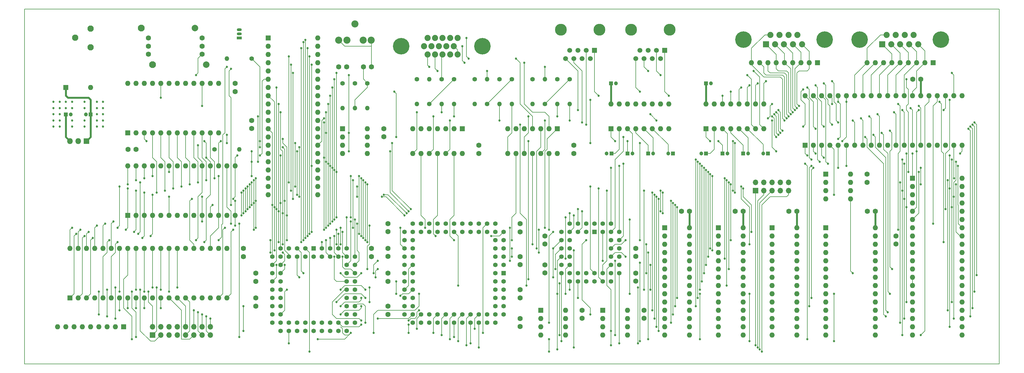
<source format=gbr>
%TF.GenerationSoftware,KiCad,Pcbnew,(5.1.9)-1*%
%TF.CreationDate,2021-09-01T00:43:14-05:00*%
%TF.ProjectId,z80,7a38302e-6b69-4636-9164-5f7063625858,A*%
%TF.SameCoordinates,Original*%
%TF.FileFunction,Copper,L4,Bot*%
%TF.FilePolarity,Positive*%
%FSLAX46Y46*%
G04 Gerber Fmt 4.6, Leading zero omitted, Abs format (unit mm)*
G04 Created by KiCad (PCBNEW (5.1.9)-1) date 2021-09-01 00:43:14*
%MOMM*%
%LPD*%
G01*
G04 APERTURE LIST*
%TA.AperFunction,Profile*%
%ADD10C,0.150000*%
%TD*%
%TA.AperFunction,ComponentPad*%
%ADD11O,1.600000X1.600000*%
%TD*%
%TA.AperFunction,ComponentPad*%
%ADD12R,1.600000X1.600000*%
%TD*%
%TA.AperFunction,WasherPad*%
%ADD13C,2.100000*%
%TD*%
%TA.AperFunction,ComponentPad*%
%ADD14C,1.600000*%
%TD*%
%TA.AperFunction,ComponentPad*%
%ADD15C,1.879600*%
%TD*%
%TA.AperFunction,ComponentPad*%
%ADD16C,5.080000*%
%TD*%
%TA.AperFunction,ComponentPad*%
%ADD17C,1.500000*%
%TD*%
%TA.AperFunction,ComponentPad*%
%ADD18R,1.500000X1.500000*%
%TD*%
%TA.AperFunction,WasherPad*%
%ADD19C,3.650000*%
%TD*%
%TA.AperFunction,ComponentPad*%
%ADD20R,1.879600X1.879600*%
%TD*%
%TA.AperFunction,ComponentPad*%
%ADD21C,2.181860*%
%TD*%
%TA.AperFunction,ComponentPad*%
%ADD22C,1.948180*%
%TD*%
%TA.AperFunction,ComponentPad*%
%ADD23C,1.400000*%
%TD*%
%TA.AperFunction,ComponentPad*%
%ADD24O,1.400000X1.400000*%
%TD*%
%TA.AperFunction,ComponentPad*%
%ADD25O,1.700000X1.700000*%
%TD*%
%TA.AperFunction,ComponentPad*%
%ADD26R,1.700000X1.700000*%
%TD*%
%TA.AperFunction,ComponentPad*%
%ADD27R,1.200000X1.200000*%
%TD*%
%TA.AperFunction,ComponentPad*%
%ADD28C,1.200000*%
%TD*%
%TA.AperFunction,ComponentPad*%
%ADD29C,1.397000*%
%TD*%
%TA.AperFunction,ComponentPad*%
%ADD30R,1.397000X1.397000*%
%TD*%
%TA.AperFunction,ComponentPad*%
%ADD31R,1.500000X0.900000*%
%TD*%
%TA.AperFunction,ComponentPad*%
%ADD32O,1.500000X0.900000*%
%TD*%
%TA.AperFunction,ComponentPad*%
%ADD33O,1.800000X1.800000*%
%TD*%
%TA.AperFunction,ComponentPad*%
%ADD34R,1.800000X1.800000*%
%TD*%
%TA.AperFunction,WasherPad*%
%ADD35C,2.000000*%
%TD*%
%TA.AperFunction,ViaPad*%
%ADD36C,0.685800*%
%TD*%
%TA.AperFunction,Conductor*%
%ADD37C,0.203200*%
%TD*%
%TA.AperFunction,Conductor*%
%ADD38C,0.609600*%
%TD*%
G04 APERTURE END LIST*
D10*
X17780000Y-43180000D02*
X17780000Y-152400000D01*
X317500000Y-152400000D02*
X317500000Y-43180000D01*
X17780000Y-152400000D02*
X317500000Y-152400000D01*
X317500000Y-43180000D02*
X17780000Y-43180000D01*
D11*
X227330000Y-72390000D03*
X245110000Y-80010000D03*
X229870000Y-72390000D03*
X242570000Y-80010000D03*
X232410000Y-72390000D03*
X240030000Y-80010000D03*
X234950000Y-72390000D03*
X237490000Y-80010000D03*
X237490000Y-72390000D03*
X234950000Y-80010000D03*
X240030000Y-72390000D03*
X232410000Y-80010000D03*
X242570000Y-72390000D03*
X229870000Y-80010000D03*
X245110000Y-72390000D03*
D12*
X227330000Y-80010000D03*
D11*
X198120000Y-72390000D03*
X215900000Y-80010000D03*
X200660000Y-72390000D03*
X213360000Y-80010000D03*
X203200000Y-72390000D03*
X210820000Y-80010000D03*
X205740000Y-72390000D03*
X208280000Y-80010000D03*
X208280000Y-72390000D03*
X205740000Y-80010000D03*
X210820000Y-72390000D03*
X203200000Y-80010000D03*
X213360000Y-72390000D03*
X200660000Y-80010000D03*
X215900000Y-72390000D03*
D12*
X198120000Y-80010000D03*
D11*
X31750000Y-116840000D03*
X80010000Y-132080000D03*
X34290000Y-116840000D03*
X77470000Y-132080000D03*
X36830000Y-116840000D03*
X74930000Y-132080000D03*
X39370000Y-116840000D03*
X72390000Y-132080000D03*
X41910000Y-116840000D03*
X69850000Y-132080000D03*
X44450000Y-116840000D03*
X67310000Y-132080000D03*
X46990000Y-116840000D03*
X64770000Y-132080000D03*
X49530000Y-116840000D03*
X62230000Y-132080000D03*
X52070000Y-116840000D03*
X59690000Y-132080000D03*
X54610000Y-116840000D03*
X57150000Y-132080000D03*
X57150000Y-116840000D03*
X54610000Y-132080000D03*
X59690000Y-116840000D03*
X52070000Y-132080000D03*
X62230000Y-116840000D03*
X49530000Y-132080000D03*
X64770000Y-116840000D03*
X46990000Y-132080000D03*
X67310000Y-116840000D03*
X44450000Y-132080000D03*
X69850000Y-116840000D03*
X41910000Y-132080000D03*
X72390000Y-116840000D03*
X39370000Y-132080000D03*
X74930000Y-116840000D03*
X36830000Y-132080000D03*
X77470000Y-116840000D03*
X34290000Y-132080000D03*
X80010000Y-116840000D03*
D12*
X31750000Y-132080000D03*
D11*
X27940000Y-140970000D03*
X30480000Y-140970000D03*
X33020000Y-140970000D03*
X35560000Y-140970000D03*
X38100000Y-140970000D03*
X40640000Y-140970000D03*
X43180000Y-140970000D03*
X45720000Y-140970000D03*
D12*
X48260000Y-140970000D03*
D11*
X276860000Y-59690000D03*
X279400000Y-59690000D03*
X281940000Y-59690000D03*
X284480000Y-59690000D03*
X287020000Y-59690000D03*
X289560000Y-59690000D03*
X292100000Y-59690000D03*
X294640000Y-59690000D03*
D12*
X297180000Y-59690000D03*
D11*
X241300000Y-59690000D03*
X243840000Y-59690000D03*
X246380000Y-59690000D03*
X248920000Y-59690000D03*
X251460000Y-59690000D03*
X254000000Y-59690000D03*
X256540000Y-59690000D03*
X259080000Y-59690000D03*
D12*
X261620000Y-59690000D03*
D13*
X57080000Y-60310000D03*
X53680000Y-49010000D03*
D14*
X55880000Y-52110000D03*
X55880000Y-54610000D03*
X55880000Y-57110000D03*
D15*
X141732000Y-57150000D03*
X144020540Y-57150000D03*
X146309080Y-57150000D03*
X148597620Y-57150000D03*
X150888700Y-57150000D03*
X140591540Y-54610000D03*
X142880080Y-54610000D03*
X145171160Y-54610000D03*
X147459700Y-54610000D03*
X149748240Y-54610000D03*
X141732000Y-52070000D03*
X144020540Y-52070000D03*
X146309080Y-52070000D03*
X148597620Y-52070000D03*
X150888700Y-52070000D03*
D16*
X133550660Y-54610000D03*
X158549340Y-54610000D03*
D17*
X205740000Y-58420000D03*
X207010000Y-55880000D03*
X208280000Y-58420000D03*
X209550000Y-55880000D03*
X210820000Y-58420000D03*
X212090000Y-55880000D03*
X213360000Y-58420000D03*
D18*
X214630000Y-55880000D03*
D19*
X216120000Y-49530000D03*
X204250000Y-49530000D03*
D15*
X256826740Y-54008160D03*
X254055600Y-54008160D03*
X251287000Y-54008160D03*
X248518400Y-54008160D03*
D20*
X245747260Y-54008160D03*
D15*
X255434820Y-51168440D03*
X252666220Y-51168440D03*
X249907780Y-51168440D03*
X247139180Y-51168440D03*
D16*
X238787660Y-52588300D03*
X263786340Y-52588300D03*
D21*
X124378720Y-52750720D03*
X121879360Y-52750720D03*
X119380000Y-47752000D03*
X114381280Y-52750720D03*
X116880640Y-52750720D03*
D22*
X38100000Y-49174400D03*
X33301940Y-51973480D03*
X38100000Y-54973220D03*
D16*
X299519340Y-52588300D03*
X274520660Y-52588300D03*
D15*
X282872180Y-51168440D03*
X285640780Y-51168440D03*
X288399220Y-51168440D03*
X291167820Y-51168440D03*
D20*
X281480260Y-54008160D03*
D15*
X284251400Y-54008160D03*
X287020000Y-54008160D03*
X289788600Y-54008160D03*
X292559740Y-54008160D03*
D19*
X182660000Y-49530000D03*
X194530000Y-49530000D03*
D18*
X193040000Y-55880000D03*
D17*
X191770000Y-58420000D03*
X190500000Y-55880000D03*
X189230000Y-58420000D03*
X187960000Y-55880000D03*
X186690000Y-58420000D03*
X185420000Y-55880000D03*
X184150000Y-58420000D03*
D12*
X195580000Y-135890000D03*
D11*
X203200000Y-143510000D03*
X195580000Y-138430000D03*
X203200000Y-140970000D03*
X195580000Y-140970000D03*
X203200000Y-138430000D03*
X195580000Y-143510000D03*
X203200000Y-135890000D03*
D12*
X264160000Y-93980000D03*
D11*
X271780000Y-101600000D03*
X264160000Y-96520000D03*
X271780000Y-99060000D03*
X264160000Y-99060000D03*
X271780000Y-96520000D03*
X264160000Y-101600000D03*
X271780000Y-93980000D03*
D23*
X76200000Y-86360000D03*
D24*
X83820000Y-86360000D03*
D12*
X115570000Y-80010000D03*
D11*
X123190000Y-87630000D03*
X115570000Y-82550000D03*
X123190000Y-85090000D03*
X115570000Y-85090000D03*
X123190000Y-82550000D03*
X115570000Y-87630000D03*
X123190000Y-80010000D03*
D12*
X176530000Y-135890000D03*
D11*
X184150000Y-143510000D03*
X176530000Y-138430000D03*
X184150000Y-140970000D03*
X176530000Y-140970000D03*
X184150000Y-138430000D03*
X176530000Y-143510000D03*
X184150000Y-135890000D03*
D23*
X115570000Y-66040000D03*
D24*
X115570000Y-73660000D03*
D23*
X87630000Y-58420000D03*
D24*
X80010000Y-58420000D03*
D23*
X185420000Y-64770000D03*
D24*
X185420000Y-72390000D03*
D23*
X181610000Y-64770000D03*
D24*
X181610000Y-72390000D03*
D12*
X30480000Y-67310000D03*
D11*
X38100000Y-67310000D03*
D23*
X167640000Y-64770000D03*
D24*
X167640000Y-72390000D03*
D23*
X163830000Y-64770000D03*
D24*
X163830000Y-72390000D03*
D23*
X149860000Y-64770000D03*
D24*
X149860000Y-72390000D03*
D23*
X146050000Y-64770000D03*
D24*
X146050000Y-72390000D03*
D23*
X177800000Y-72390000D03*
D24*
X177800000Y-64770000D03*
D23*
X160020000Y-72390000D03*
D24*
X160020000Y-64770000D03*
D12*
X152400000Y-80010000D03*
D11*
X137160000Y-87630000D03*
X149860000Y-80010000D03*
X139700000Y-87630000D03*
X147320000Y-80010000D03*
X142240000Y-87630000D03*
X144780000Y-80010000D03*
X144780000Y-87630000D03*
X142240000Y-80010000D03*
X147320000Y-87630000D03*
X139700000Y-80010000D03*
X149860000Y-87630000D03*
X137160000Y-80010000D03*
X152400000Y-87630000D03*
D23*
X142240000Y-72390000D03*
D24*
X142240000Y-64770000D03*
D14*
X279400000Y-105410000D03*
X276900000Y-105410000D03*
X222250000Y-105410000D03*
X219750000Y-105410000D03*
X238760000Y-105410000D03*
X236260000Y-105410000D03*
X255270000Y-105410000D03*
X252770000Y-105410000D03*
X285750000Y-115530000D03*
X285750000Y-113030000D03*
X87630000Y-77470000D03*
X87630000Y-79970000D03*
X52070000Y-86360000D03*
X49570000Y-86360000D03*
X82550000Y-66080000D03*
X82550000Y-68580000D03*
X293370000Y-64770000D03*
X290870000Y-64770000D03*
X85090000Y-119380000D03*
X85090000Y-116880000D03*
X157480000Y-87630000D03*
X157480000Y-85130000D03*
X186690000Y-87630000D03*
X186690000Y-85130000D03*
X208280000Y-135890000D03*
X208280000Y-138390000D03*
X276860000Y-94020000D03*
X276860000Y-96520000D03*
X128270000Y-80010000D03*
X128270000Y-82510000D03*
X189230000Y-135890000D03*
X189230000Y-138390000D03*
D23*
X173990000Y-64770000D03*
D24*
X173990000Y-72390000D03*
D23*
X156210000Y-64770000D03*
D24*
X156210000Y-72390000D03*
D23*
X138430000Y-64770000D03*
D24*
X138430000Y-72390000D03*
D14*
X129540000Y-137160000D03*
X129540000Y-134660000D03*
X170180000Y-111760000D03*
X170180000Y-109260000D03*
X129540000Y-127000000D03*
X129540000Y-124500000D03*
X170180000Y-138430000D03*
X170180000Y-140930000D03*
X170180000Y-129580000D03*
X170180000Y-132080000D03*
X170180000Y-119380000D03*
X170180000Y-121880000D03*
X129540000Y-111720000D03*
X129540000Y-109220000D03*
X129540000Y-116840000D03*
X129540000Y-119340000D03*
D25*
X252730000Y-96520000D03*
X252730000Y-99060000D03*
X250190000Y-96520000D03*
X250190000Y-99060000D03*
X247650000Y-96520000D03*
X247650000Y-99060000D03*
X245110000Y-96520000D03*
X245110000Y-99060000D03*
X242570000Y-96520000D03*
D26*
X242570000Y-99060000D03*
D14*
X177800000Y-115530000D03*
X177800000Y-113030000D03*
X205740000Y-119340000D03*
X205740000Y-116840000D03*
X205740000Y-124460000D03*
X205740000Y-126960000D03*
X177800000Y-121920000D03*
X177800000Y-124420000D03*
X88900000Y-132120000D03*
X88900000Y-134620000D03*
X88900000Y-124500000D03*
X88900000Y-127000000D03*
X124460000Y-119380000D03*
X124460000Y-116880000D03*
D27*
X217170000Y-87630000D03*
D28*
X215670000Y-87630000D03*
X204700000Y-87630000D03*
D27*
X203200000Y-87630000D03*
X209550000Y-87630000D03*
D28*
X211050000Y-87630000D03*
X196753000Y-87630000D03*
D27*
X198253000Y-87630000D03*
D28*
X199620000Y-66040000D03*
D27*
X198120000Y-66040000D03*
X38100000Y-75598000D03*
D28*
X36600000Y-75598000D03*
X31980000Y-75598000D03*
D27*
X30480000Y-75598000D03*
D11*
X279400000Y-110490000D03*
X264160000Y-143510000D03*
X279400000Y-113030000D03*
X264160000Y-140970000D03*
X279400000Y-115570000D03*
X264160000Y-138430000D03*
X279400000Y-118110000D03*
X264160000Y-135890000D03*
X279400000Y-120650000D03*
X264160000Y-133350000D03*
X279400000Y-123190000D03*
X264160000Y-130810000D03*
X279400000Y-125730000D03*
X264160000Y-128270000D03*
X279400000Y-128270000D03*
X264160000Y-125730000D03*
X279400000Y-130810000D03*
X264160000Y-123190000D03*
X279400000Y-133350000D03*
X264160000Y-120650000D03*
X279400000Y-135890000D03*
X264160000Y-118110000D03*
X279400000Y-138430000D03*
X264160000Y-115570000D03*
X279400000Y-140970000D03*
X264160000Y-113030000D03*
X279400000Y-143510000D03*
D12*
X264160000Y-110490000D03*
D29*
X193040000Y-109220000D03*
X195580000Y-111760000D03*
X195580000Y-109220000D03*
X198120000Y-111760000D03*
X198120000Y-109220000D03*
X200660000Y-111760000D03*
X198120000Y-114300000D03*
X200660000Y-114300000D03*
X198120000Y-116840000D03*
X200660000Y-116840000D03*
X198120000Y-119380000D03*
X200660000Y-119380000D03*
X198120000Y-121920000D03*
X200660000Y-121920000D03*
X198120000Y-124460000D03*
X200660000Y-124460000D03*
X198120000Y-127000000D03*
X195580000Y-124460000D03*
X195580000Y-127000000D03*
X193040000Y-124460000D03*
X193040000Y-127000000D03*
X190500000Y-124460000D03*
X190500000Y-127000000D03*
X187960000Y-124460000D03*
X187960000Y-127000000D03*
X185420000Y-124460000D03*
X185420000Y-127000000D03*
X182880000Y-124460000D03*
X185420000Y-121920000D03*
X182880000Y-121920000D03*
X185420000Y-119380000D03*
X182880000Y-119380000D03*
X185420000Y-116840000D03*
X182880000Y-116840000D03*
X185420000Y-114300000D03*
X182880000Y-114300000D03*
X185420000Y-111760000D03*
X182880000Y-111760000D03*
X185420000Y-109220000D03*
X187960000Y-111760000D03*
X187960000Y-109220000D03*
X190500000Y-111760000D03*
X190500000Y-109220000D03*
D30*
X193040000Y-111760000D03*
D11*
X222250000Y-110490000D03*
X214630000Y-143510000D03*
X222250000Y-113030000D03*
X214630000Y-140970000D03*
X222250000Y-115570000D03*
X214630000Y-138430000D03*
X222250000Y-118110000D03*
X214630000Y-135890000D03*
X222250000Y-120650000D03*
X214630000Y-133350000D03*
X222250000Y-123190000D03*
X214630000Y-130810000D03*
X222250000Y-125730000D03*
X214630000Y-128270000D03*
X222250000Y-128270000D03*
X214630000Y-125730000D03*
X222250000Y-130810000D03*
X214630000Y-123190000D03*
X222250000Y-133350000D03*
X214630000Y-120650000D03*
X222250000Y-135890000D03*
X214630000Y-118110000D03*
X222250000Y-138430000D03*
X214630000Y-115570000D03*
X222250000Y-140970000D03*
X214630000Y-113030000D03*
X222250000Y-143510000D03*
D12*
X214630000Y-110490000D03*
D11*
X107950000Y-52070000D03*
X92710000Y-100330000D03*
X107950000Y-54610000D03*
X92710000Y-97790000D03*
X107950000Y-57150000D03*
X92710000Y-95250000D03*
X107950000Y-59690000D03*
X92710000Y-92710000D03*
X107950000Y-62230000D03*
X92710000Y-90170000D03*
X107950000Y-64770000D03*
X92710000Y-87630000D03*
X107950000Y-67310000D03*
X92710000Y-85090000D03*
X107950000Y-69850000D03*
X92710000Y-82550000D03*
X107950000Y-72390000D03*
X92710000Y-80010000D03*
X107950000Y-74930000D03*
X92710000Y-77470000D03*
X107950000Y-77470000D03*
X92710000Y-74930000D03*
X107950000Y-80010000D03*
X92710000Y-72390000D03*
X107950000Y-82550000D03*
X92710000Y-69850000D03*
X107950000Y-85090000D03*
X92710000Y-67310000D03*
X107950000Y-87630000D03*
X92710000Y-64770000D03*
X107950000Y-90170000D03*
X92710000Y-62230000D03*
X107950000Y-92710000D03*
X92710000Y-59690000D03*
X107950000Y-95250000D03*
X92710000Y-57150000D03*
X107950000Y-97790000D03*
X92710000Y-54610000D03*
X107950000Y-100330000D03*
D12*
X92710000Y-52070000D03*
D11*
X238760000Y-110490000D03*
X231140000Y-143510000D03*
X238760000Y-113030000D03*
X231140000Y-140970000D03*
X238760000Y-115570000D03*
X231140000Y-138430000D03*
X238760000Y-118110000D03*
X231140000Y-135890000D03*
X238760000Y-120650000D03*
X231140000Y-133350000D03*
X238760000Y-123190000D03*
X231140000Y-130810000D03*
X238760000Y-125730000D03*
X231140000Y-128270000D03*
X238760000Y-128270000D03*
X231140000Y-125730000D03*
X238760000Y-130810000D03*
X231140000Y-123190000D03*
X238760000Y-133350000D03*
X231140000Y-120650000D03*
X238760000Y-135890000D03*
X231140000Y-118110000D03*
X238760000Y-138430000D03*
X231140000Y-115570000D03*
X238760000Y-140970000D03*
X231140000Y-113030000D03*
X238760000Y-143510000D03*
D12*
X231140000Y-110490000D03*
X247650000Y-110490000D03*
D11*
X255270000Y-143510000D03*
X247650000Y-113030000D03*
X255270000Y-140970000D03*
X247650000Y-115570000D03*
X255270000Y-138430000D03*
X247650000Y-118110000D03*
X255270000Y-135890000D03*
X247650000Y-120650000D03*
X255270000Y-133350000D03*
X247650000Y-123190000D03*
X255270000Y-130810000D03*
X247650000Y-125730000D03*
X255270000Y-128270000D03*
X247650000Y-128270000D03*
X255270000Y-125730000D03*
X247650000Y-130810000D03*
X255270000Y-123190000D03*
X247650000Y-133350000D03*
X255270000Y-120650000D03*
X247650000Y-135890000D03*
X255270000Y-118110000D03*
X247650000Y-138430000D03*
X255270000Y-115570000D03*
X247650000Y-140970000D03*
X255270000Y-113030000D03*
X247650000Y-143510000D03*
X255270000Y-110490000D03*
X49530000Y-66040000D03*
X77470000Y-81280000D03*
X52070000Y-66040000D03*
X74930000Y-81280000D03*
X54610000Y-66040000D03*
X72390000Y-81280000D03*
X57150000Y-66040000D03*
X69850000Y-81280000D03*
X59690000Y-66040000D03*
X67310000Y-81280000D03*
X62230000Y-66040000D03*
X64770000Y-81280000D03*
X64770000Y-66040000D03*
X62230000Y-81280000D03*
X67310000Y-66040000D03*
X59690000Y-81280000D03*
X69850000Y-66040000D03*
X57150000Y-81280000D03*
X72390000Y-66040000D03*
X54610000Y-81280000D03*
X74930000Y-66040000D03*
X52070000Y-81280000D03*
X77470000Y-66040000D03*
D12*
X49530000Y-81280000D03*
D31*
X83820000Y-52070000D03*
D32*
X83820000Y-49530000D03*
X83820000Y-50800000D03*
D12*
X257810000Y-85090000D03*
D11*
X306070000Y-69850000D03*
X260350000Y-85090000D03*
X303530000Y-69850000D03*
X262890000Y-85090000D03*
X300990000Y-69850000D03*
X265430000Y-85090000D03*
X298450000Y-69850000D03*
X267970000Y-85090000D03*
X295910000Y-69850000D03*
X270510000Y-85090000D03*
X293370000Y-69850000D03*
X273050000Y-85090000D03*
X290830000Y-69850000D03*
X275590000Y-85090000D03*
X288290000Y-69850000D03*
X278130000Y-85090000D03*
X285750000Y-69850000D03*
X280670000Y-85090000D03*
X283210000Y-69850000D03*
X283210000Y-85090000D03*
X280670000Y-69850000D03*
X285750000Y-85090000D03*
X278130000Y-69850000D03*
X288290000Y-85090000D03*
X275590000Y-69850000D03*
X290830000Y-85090000D03*
X273050000Y-69850000D03*
X293370000Y-85090000D03*
X270510000Y-69850000D03*
X295910000Y-85090000D03*
X267970000Y-69850000D03*
X298450000Y-85090000D03*
X265430000Y-69850000D03*
X300990000Y-85090000D03*
X262890000Y-69850000D03*
X303530000Y-85090000D03*
X260350000Y-69850000D03*
X306070000Y-85090000D03*
X257810000Y-69850000D03*
X306070000Y-95232500D03*
X290830000Y-143492500D03*
X306070000Y-97772500D03*
X290830000Y-140952500D03*
X306070000Y-100312500D03*
X290830000Y-138412500D03*
X306070000Y-102852500D03*
X290830000Y-135872500D03*
X306070000Y-105392500D03*
X290830000Y-133332500D03*
X306070000Y-107932500D03*
X290830000Y-130792500D03*
X306070000Y-110472500D03*
X290830000Y-128252500D03*
X306070000Y-113012500D03*
X290830000Y-125712500D03*
X306070000Y-115552500D03*
X290830000Y-123172500D03*
X306070000Y-118092500D03*
X290830000Y-120632500D03*
X306070000Y-120632500D03*
X290830000Y-118092500D03*
X306070000Y-123172500D03*
X290830000Y-115552500D03*
X306070000Y-125712500D03*
X290830000Y-113012500D03*
X306070000Y-128252500D03*
X290830000Y-110472500D03*
X306070000Y-130792500D03*
X290830000Y-107932500D03*
X306070000Y-133332500D03*
X290830000Y-105392500D03*
X306070000Y-135872500D03*
X290830000Y-102852500D03*
X306070000Y-138412500D03*
X290830000Y-100312500D03*
X306070000Y-140952500D03*
X290830000Y-97772500D03*
X306070000Y-143492500D03*
D12*
X290830000Y-95232500D03*
D33*
X31750000Y-83820000D03*
X34290000Y-83820000D03*
D34*
X36830000Y-83820000D03*
D29*
X109220000Y-119380000D03*
X109220000Y-116840000D03*
X111760000Y-119380000D03*
X111760000Y-116840000D03*
X114300000Y-119380000D03*
X114300000Y-116840000D03*
X116840000Y-119380000D03*
X116840000Y-116840000D03*
X119380000Y-119380000D03*
X116840000Y-121920000D03*
X119380000Y-121920000D03*
X116840000Y-124460000D03*
X119380000Y-124460000D03*
X116840000Y-127000000D03*
X119380000Y-127000000D03*
X116840000Y-129540000D03*
X119380000Y-129540000D03*
X116840000Y-132080000D03*
X119380000Y-132080000D03*
X116840000Y-134620000D03*
X119380000Y-134620000D03*
X116840000Y-137160000D03*
X119380000Y-137160000D03*
X116840000Y-139700000D03*
X119380000Y-139700000D03*
X116840000Y-142240000D03*
X114300000Y-139700000D03*
X114300000Y-142240000D03*
X111760000Y-139700000D03*
X111760000Y-142240000D03*
X109220000Y-139700000D03*
X109220000Y-142240000D03*
X106680000Y-139700000D03*
X106680000Y-142240000D03*
X104140000Y-139700000D03*
X104140000Y-142240000D03*
X101600000Y-139700000D03*
X101600000Y-142240000D03*
X99060000Y-139700000D03*
X99060000Y-142240000D03*
X96520000Y-139700000D03*
X96520000Y-142240000D03*
X93980000Y-139700000D03*
X96520000Y-137160000D03*
X93980000Y-137160000D03*
X96520000Y-134620000D03*
X93980000Y-134620000D03*
X96520000Y-132080000D03*
X93980000Y-132080000D03*
X96520000Y-129540000D03*
X93980000Y-129540000D03*
X96520000Y-127000000D03*
X93980000Y-127000000D03*
X96520000Y-124460000D03*
X93980000Y-124460000D03*
X96520000Y-121920000D03*
X93980000Y-121920000D03*
X96520000Y-119380000D03*
X93980000Y-119380000D03*
X96520000Y-116840000D03*
X99060000Y-119380000D03*
X99060000Y-116840000D03*
X101600000Y-119380000D03*
X101600000Y-116840000D03*
X104140000Y-119380000D03*
X104140000Y-116840000D03*
X106680000Y-119380000D03*
D30*
X106680000Y-116840000D03*
D11*
X181610000Y-87630000D03*
X166370000Y-80010000D03*
X179070000Y-87630000D03*
X168910000Y-80010000D03*
X176530000Y-87630000D03*
X171450000Y-80010000D03*
X173990000Y-87630000D03*
X173990000Y-80010000D03*
X171450000Y-87630000D03*
X176530000Y-80010000D03*
X168910000Y-87630000D03*
X179070000Y-80010000D03*
X166370000Y-87630000D03*
D12*
X181610000Y-80010000D03*
X49530000Y-106680000D03*
D11*
X82550000Y-91440000D03*
X52070000Y-106680000D03*
X80010000Y-91440000D03*
X54610000Y-106680000D03*
X77470000Y-91440000D03*
X57150000Y-106680000D03*
X74930000Y-91440000D03*
X59690000Y-106680000D03*
X72390000Y-91440000D03*
X62230000Y-106680000D03*
X69850000Y-91440000D03*
X64770000Y-106680000D03*
X67310000Y-91440000D03*
X67310000Y-106680000D03*
X64770000Y-91440000D03*
X69850000Y-106680000D03*
X62230000Y-91440000D03*
X72390000Y-106680000D03*
X59690000Y-91440000D03*
X74930000Y-106680000D03*
X57150000Y-91440000D03*
X77470000Y-106680000D03*
X54610000Y-91440000D03*
X80010000Y-106680000D03*
X52070000Y-91440000D03*
X82550000Y-106680000D03*
X49530000Y-91440000D03*
D29*
X162560000Y-127000000D03*
X165100000Y-127000000D03*
X162560000Y-129540000D03*
X165100000Y-129540000D03*
X162560000Y-132080000D03*
X165100000Y-132080000D03*
X162560000Y-134620000D03*
X165100000Y-134620000D03*
X162560000Y-137160000D03*
X165100000Y-137160000D03*
X162560000Y-139700000D03*
X160020000Y-137160000D03*
X160020000Y-139700000D03*
X157480000Y-137160000D03*
X157480000Y-139700000D03*
X154940000Y-137160000D03*
X154940000Y-139700000D03*
X152400000Y-137160000D03*
X152400000Y-139700000D03*
X149860000Y-137160000D03*
X149860000Y-139700000D03*
X147320000Y-137160000D03*
X147320000Y-139700000D03*
X144780000Y-137160000D03*
X144780000Y-139700000D03*
X142240000Y-137160000D03*
X142240000Y-139700000D03*
X139700000Y-137160000D03*
X139700000Y-139700000D03*
X137160000Y-137160000D03*
X137160000Y-139700000D03*
X134620000Y-137160000D03*
X137160000Y-134620000D03*
X134620000Y-134620000D03*
X137160000Y-132080000D03*
X134620000Y-132080000D03*
X137160000Y-129540000D03*
X134620000Y-129540000D03*
X137160000Y-127000000D03*
X134620000Y-127000000D03*
X137160000Y-124460000D03*
X134620000Y-124460000D03*
X137160000Y-121920000D03*
X134620000Y-121920000D03*
X137160000Y-119380000D03*
X134620000Y-119380000D03*
X137160000Y-116840000D03*
X134620000Y-116840000D03*
X137160000Y-114300000D03*
X134620000Y-114300000D03*
X137160000Y-111760000D03*
X134620000Y-111760000D03*
X137160000Y-109220000D03*
X139700000Y-111760000D03*
X139700000Y-109220000D03*
X142240000Y-111760000D03*
X142240000Y-109220000D03*
X144780000Y-111760000D03*
X144780000Y-109220000D03*
X147320000Y-111760000D03*
X147320000Y-109220000D03*
X149860000Y-111760000D03*
X149860000Y-109220000D03*
X152400000Y-111760000D03*
X152400000Y-109220000D03*
X154940000Y-111760000D03*
X154940000Y-109220000D03*
X157480000Y-111760000D03*
X157480000Y-109220000D03*
X160020000Y-111760000D03*
X160020000Y-109220000D03*
X162560000Y-111760000D03*
X162560000Y-109220000D03*
X165100000Y-111760000D03*
X162560000Y-114300000D03*
X165100000Y-114300000D03*
X162560000Y-116840000D03*
X165100000Y-116840000D03*
X162560000Y-119380000D03*
X165100000Y-119380000D03*
X162560000Y-121920000D03*
X165100000Y-121920000D03*
X162560000Y-124460000D03*
D30*
X165100000Y-124460000D03*
D27*
X246380000Y-87630000D03*
D28*
X244880000Y-87630000D03*
X233910000Y-87630000D03*
D27*
X232410000Y-87630000D03*
X238760000Y-87630000D03*
D28*
X240260000Y-87630000D03*
X225830000Y-87630000D03*
D27*
X227330000Y-87630000D03*
D28*
X228830000Y-66040000D03*
D27*
X227330000Y-66040000D03*
D25*
X74930000Y-140970000D03*
X74930000Y-143510000D03*
X72390000Y-140970000D03*
X72390000Y-143510000D03*
X69850000Y-140970000D03*
X69850000Y-143510000D03*
X67310000Y-140970000D03*
X67310000Y-143510000D03*
X64770000Y-140970000D03*
X64770000Y-143510000D03*
X62230000Y-140970000D03*
X62230000Y-143510000D03*
X59690000Y-140970000D03*
X59690000Y-143510000D03*
X57150000Y-140970000D03*
D26*
X57150000Y-143510000D03*
D14*
X116840000Y-60960000D03*
X114340000Y-60960000D03*
X121960000Y-60960000D03*
X124460000Y-60960000D03*
D24*
X123190000Y-73660000D03*
D23*
X123190000Y-66040000D03*
X119380000Y-66040000D03*
D24*
X119380000Y-73660000D03*
D14*
X72390000Y-57110000D03*
X72390000Y-54610000D03*
X72390000Y-52110000D03*
D35*
X70190000Y-49010000D03*
X73590000Y-60310000D03*
D36*
X293370000Y-143510000D03*
X117475000Y-86995000D03*
X69215000Y-101600000D03*
X81915000Y-101600000D03*
X90170000Y-88265000D03*
X83185000Y-88265000D03*
X117475000Y-63500000D03*
X117475000Y-81280000D03*
X257175000Y-67945000D03*
X201930000Y-82550000D03*
X257175000Y-79375000D03*
X26670000Y-71755000D03*
X26670000Y-73660000D03*
X26670000Y-75565000D03*
X26670000Y-77470000D03*
X32385000Y-73660000D03*
X36195000Y-73660000D03*
X40005000Y-79375000D03*
X32385000Y-79375000D03*
X36195000Y-77470000D03*
X32385000Y-77470000D03*
X36195000Y-79375000D03*
X28575000Y-77470000D03*
X28575000Y-75565000D03*
X28575000Y-73660000D03*
X28575000Y-71755000D03*
X30480000Y-71755000D03*
X30480000Y-73660000D03*
X26670000Y-79375000D03*
X28575000Y-79375000D03*
X40005000Y-77470000D03*
X40005000Y-75565000D03*
X40005000Y-73660000D03*
X40005000Y-71755000D03*
X41910000Y-71755000D03*
X41910000Y-73660000D03*
X41910000Y-75565000D03*
X41910000Y-77470000D03*
X41910000Y-79375000D03*
X32385000Y-71755000D03*
X36195000Y-71755000D03*
X272415000Y-124460000D03*
X292735000Y-74295000D03*
X300355000Y-74295000D03*
X77470000Y-94615000D03*
X87630000Y-94615000D03*
X87630000Y-86995000D03*
X87630000Y-90170000D03*
X89535000Y-90170000D03*
X89535000Y-76200000D03*
X247650000Y-77470000D03*
X248920000Y-86995000D03*
X292100000Y-86995000D03*
X210185000Y-75565000D03*
X212090000Y-77470000D03*
X90170000Y-85725000D03*
X78105000Y-83820000D03*
X90170000Y-83820000D03*
X70485000Y-63500000D03*
X257810000Y-90805000D03*
X258445000Y-144780000D03*
X103505000Y-53340000D03*
X110490000Y-114300000D03*
X122555000Y-96520000D03*
X103505000Y-114300000D03*
X122555000Y-114300000D03*
X234315000Y-96520000D03*
X234315000Y-123190000D03*
X186690000Y-106680000D03*
X134620000Y-106680000D03*
X127635000Y-100965000D03*
X120015000Y-100965000D03*
X120015000Y-97790000D03*
X102870000Y-55245000D03*
X109220000Y-114935000D03*
X123190000Y-97155000D03*
X102870000Y-114935000D03*
X123190000Y-114935000D03*
X234950000Y-97155000D03*
X234950000Y-114300000D03*
X44450000Y-116840000D03*
X300355000Y-114935000D03*
X299085000Y-71755000D03*
X62230000Y-100965000D03*
X45085000Y-108585000D03*
X185420000Y-106045000D03*
X135255000Y-106045000D03*
X128270000Y-100330000D03*
X213995000Y-106045000D03*
X213995000Y-99695000D03*
X270510000Y-71755000D03*
X269240000Y-83820000D03*
X236220000Y-84455000D03*
X236220000Y-99695000D03*
X118110000Y-94615000D03*
X118110000Y-107315000D03*
X184150000Y-107315000D03*
X184150000Y-120015000D03*
X303530000Y-138430000D03*
X304165000Y-90170000D03*
X262255000Y-90170000D03*
X303530000Y-100965000D03*
X95250000Y-104775000D03*
X216535000Y-102235000D03*
X216535000Y-139700000D03*
X86360000Y-104775000D03*
X86360000Y-97790000D03*
X49530000Y-98425000D03*
X66040000Y-97790000D03*
X48895000Y-111125000D03*
X34925000Y-111125000D03*
X95250000Y-67310000D03*
X286385000Y-111125000D03*
X286385000Y-72390000D03*
X102235000Y-85725000D03*
X102235000Y-100965000D03*
X82550000Y-102235000D03*
X40005000Y-109855000D03*
X109855000Y-76835000D03*
X246380000Y-76835000D03*
X247650000Y-72390000D03*
X266065000Y-72390000D03*
X82550000Y-109855000D03*
X287655000Y-99060000D03*
X287655000Y-143510000D03*
X259715000Y-89535000D03*
X94615000Y-117475000D03*
X94615000Y-104140000D03*
X212725000Y-142240000D03*
X212725000Y-101600000D03*
X86995000Y-104140000D03*
X86995000Y-97155000D03*
X68580000Y-97155000D03*
X49530000Y-97155000D03*
X46990000Y-97790000D03*
X46355000Y-110490000D03*
X32385000Y-110490000D03*
X287655000Y-89535000D03*
X288290000Y-101600000D03*
X288290000Y-138430000D03*
X288290000Y-90805000D03*
X264795000Y-90805000D03*
X95885000Y-114935000D03*
X97155000Y-118110000D03*
X95885000Y-105410000D03*
X217170000Y-102870000D03*
X217170000Y-137160000D03*
X85725000Y-105410000D03*
X85725000Y-98425000D03*
X52070000Y-99060000D03*
X63500000Y-98425000D03*
X51435000Y-111760000D03*
X37465000Y-111760000D03*
X95885000Y-72390000D03*
X302895000Y-133350000D03*
X302895000Y-104140000D03*
X263525000Y-88900000D03*
X97790000Y-121920000D03*
X97155000Y-115570000D03*
X97155000Y-106045000D03*
X217805000Y-103505000D03*
X217805000Y-134620000D03*
X85090000Y-106045000D03*
X85090000Y-99060000D03*
X54610000Y-99695000D03*
X60960000Y-99060000D03*
X38735000Y-113665000D03*
X53975000Y-113665000D03*
X302895000Y-89535000D03*
X96520000Y-74930000D03*
X304800000Y-91440000D03*
X259715000Y-91440000D03*
X259080000Y-134620000D03*
X270510000Y-91440000D03*
X109855000Y-78105000D03*
X113030000Y-119380000D03*
X113665000Y-115570000D03*
X224155000Y-89535000D03*
X109855000Y-111125000D03*
X113665000Y-111125000D03*
X224155000Y-134620000D03*
X73025000Y-114935000D03*
X46355000Y-114935000D03*
X55245000Y-83820000D03*
X73025000Y-83820000D03*
X73660000Y-88900000D03*
X109855000Y-88900000D03*
X304165000Y-97155000D03*
X293370000Y-92075000D03*
X293370000Y-97155000D03*
X260350000Y-92075000D03*
X259715000Y-132080000D03*
X267970000Y-92075000D03*
X115570000Y-119380000D03*
X110490000Y-90170000D03*
X114935000Y-115570000D03*
X224790000Y-90170000D03*
X110490000Y-110490000D03*
X114935000Y-110490000D03*
X224790000Y-132080000D03*
X70485000Y-114300000D03*
X43815000Y-114300000D03*
X71120000Y-85090000D03*
X110490000Y-81280000D03*
X80010000Y-84455000D03*
X80010000Y-81915000D03*
X110490000Y-74930000D03*
X302260000Y-140970000D03*
X258445000Y-88265000D03*
X302260000Y-88265000D03*
X302260000Y-98425000D03*
X93980000Y-103505000D03*
X212090000Y-140970000D03*
X212090000Y-100965000D03*
X87630000Y-103505000D03*
X87630000Y-96520000D03*
X52070000Y-95885000D03*
X71120000Y-96520000D03*
X33655000Y-112395000D03*
X53340000Y-96520000D03*
X52705000Y-112395000D03*
X111125000Y-90805000D03*
X201930000Y-90805000D03*
X225425000Y-90805000D03*
X123190000Y-123190000D03*
X111125000Y-109855000D03*
X123825000Y-109855000D03*
X225425000Y-129540000D03*
X111125000Y-72390000D03*
X288925000Y-104140000D03*
X288925000Y-133350000D03*
X260985000Y-87630000D03*
X95250000Y-121920000D03*
X93345000Y-118110000D03*
X93345000Y-114300000D03*
X98425000Y-114300000D03*
X97155000Y-83185000D03*
X98425000Y-106680000D03*
X218440000Y-104140000D03*
X218440000Y-132080000D03*
X84455000Y-106680000D03*
X84455000Y-99695000D03*
X57150000Y-100330000D03*
X58420000Y-99695000D03*
X36195000Y-113030000D03*
X56515000Y-113030000D03*
X288925000Y-87630000D03*
X111760000Y-91440000D03*
X200660000Y-91440000D03*
X226060000Y-91440000D03*
X111760000Y-109220000D03*
X120015000Y-109220000D03*
X226060000Y-127000000D03*
X111760000Y-69850000D03*
X301625000Y-135890000D03*
X303547500Y-95232500D03*
X301625000Y-95885000D03*
X97155000Y-85725000D03*
X97790000Y-102235000D03*
X210820000Y-99695000D03*
X210820000Y-135890000D03*
X88900000Y-102235000D03*
X88900000Y-95250000D03*
X57150000Y-94615000D03*
X76200000Y-95250000D03*
X79375000Y-110490000D03*
X88900000Y-110490000D03*
X287020000Y-96520000D03*
X287020000Y-139700000D03*
X305435000Y-87630000D03*
X96520000Y-88265000D03*
X96520000Y-102870000D03*
X211455000Y-100330000D03*
X211455000Y-138430000D03*
X88265000Y-102870000D03*
X88265000Y-95885000D03*
X54610000Y-95250000D03*
X73660000Y-95885000D03*
X81915000Y-111125000D03*
X88265000Y-111125000D03*
X290830000Y-87630000D03*
X113030000Y-92710000D03*
X227330000Y-92710000D03*
X113030000Y-107950000D03*
X119380000Y-107950000D03*
X227330000Y-121920000D03*
X113030000Y-64770000D03*
X113665000Y-62865000D03*
X113665000Y-93345000D03*
X227965000Y-93345000D03*
X113665000Y-107315000D03*
X116840000Y-107315000D03*
X227965000Y-119380000D03*
X106045000Y-60325000D03*
X228600000Y-93980000D03*
X106045000Y-111760000D03*
X115570000Y-111760000D03*
X228600000Y-116840000D03*
X106045000Y-91440000D03*
X105410000Y-57785000D03*
X120650000Y-94615000D03*
X120650000Y-112395000D03*
X229235000Y-94615000D03*
X105410000Y-112395000D03*
X114300000Y-112395000D03*
X229235000Y-117475000D03*
X187960000Y-104775000D03*
X136525000Y-104775000D03*
X100965000Y-97790000D03*
X100965000Y-84455000D03*
X130810000Y-84455000D03*
X104775000Y-55245000D03*
X113030000Y-113030000D03*
X121285000Y-95250000D03*
X104775000Y-113030000D03*
X121285000Y-113030000D03*
X233045000Y-95250000D03*
X233045000Y-120015000D03*
X300990000Y-104775000D03*
X302260000Y-71120000D03*
X267970000Y-71755000D03*
X72390000Y-108585000D03*
X42545000Y-109220000D03*
X72390000Y-100965000D03*
X189230000Y-105410000D03*
X135890000Y-105410000D03*
X101600000Y-100330000D03*
X101600000Y-86995000D03*
X130175000Y-86995000D03*
X213360000Y-105410000D03*
X213360000Y-99060000D03*
X267970000Y-83185000D03*
X235585000Y-83820000D03*
X235585000Y-99060000D03*
X104140000Y-52705000D03*
X111760000Y-113665000D03*
X121920000Y-95885000D03*
X104140000Y-113665000D03*
X121920000Y-113665000D03*
X233680000Y-95885000D03*
X233680000Y-128270000D03*
X258445000Y-67310000D03*
X238125000Y-67310000D03*
X260985000Y-80010000D03*
X307975000Y-80010000D03*
X308610000Y-137795000D03*
X309245000Y-135255000D03*
X260985000Y-66675000D03*
X240665000Y-66675000D03*
X263525000Y-79375000D03*
X308610000Y-79375000D03*
X263525000Y-66040000D03*
X243205000Y-66040000D03*
X266065000Y-78740000D03*
X309245000Y-78740000D03*
X309880000Y-130175000D03*
X266065000Y-65405000D03*
X245745000Y-65405000D03*
X267970000Y-78105000D03*
X309880000Y-78105000D03*
X310515000Y-125095000D03*
X284497500Y-123172500D03*
X283845000Y-80645000D03*
X250825000Y-80645000D03*
X249555000Y-74295000D03*
X283862500Y-130792500D03*
X281305000Y-81280000D03*
X250190000Y-81280000D03*
X248920000Y-74930000D03*
X184150000Y-130810000D03*
X203835000Y-130810000D03*
X203835000Y-107950000D03*
X283210000Y-136525000D03*
X278765000Y-81915000D03*
X249555000Y-81915000D03*
X248285000Y-75565000D03*
X282575000Y-137795000D03*
X276225000Y-82550000D03*
X248920000Y-82550000D03*
X247650000Y-76200000D03*
X182880000Y-145415000D03*
X81280000Y-109220000D03*
X83820000Y-109220000D03*
X83820000Y-144145000D03*
X102235000Y-125730000D03*
X125730000Y-125730000D03*
X126365000Y-123190000D03*
X180340000Y-125730000D03*
X208915000Y-124460000D03*
X208915000Y-115570000D03*
X180340000Y-116840000D03*
X103505000Y-124460000D03*
X114935000Y-124460000D03*
X121285000Y-124460000D03*
X125095000Y-124460000D03*
X126365000Y-120650000D03*
X180975000Y-123190000D03*
X172085000Y-128270000D03*
X170180000Y-78740000D03*
X172720000Y-126365000D03*
X172720000Y-83820000D03*
X132080000Y-82550000D03*
X131445000Y-68580000D03*
X206375000Y-128905000D03*
X206375000Y-146050000D03*
X266700000Y-130810000D03*
X266700000Y-145415000D03*
X105410000Y-148590000D03*
X200660000Y-146050000D03*
X210185000Y-121920000D03*
X210185000Y-129540000D03*
X225425000Y-130810000D03*
X225425000Y-144780000D03*
X209550000Y-118110000D03*
X209550000Y-144780000D03*
X202565000Y-119380000D03*
X207010000Y-121285000D03*
X207010000Y-145415000D03*
X240665000Y-130810000D03*
X240665000Y-145415000D03*
X195580000Y-120650000D03*
X199390000Y-120650000D03*
X199390000Y-143510000D03*
X182245000Y-127635000D03*
X182245000Y-143510000D03*
X181610000Y-76200000D03*
X172720000Y-76200000D03*
X99060000Y-57785000D03*
X99060000Y-96520000D03*
X191770000Y-97790000D03*
X240665000Y-115570000D03*
X238125000Y-97790000D03*
X99695000Y-60325000D03*
X99695000Y-99060000D03*
X194310000Y-98425000D03*
X241300000Y-111760000D03*
X238760000Y-98425000D03*
X100330000Y-62865000D03*
X100330000Y-101600000D03*
X196850000Y-99060000D03*
X62230000Y-93345000D03*
X118745000Y-110490000D03*
X133350000Y-110490000D03*
X118745000Y-95885000D03*
X59690000Y-70485000D03*
X191770000Y-71120000D03*
X191770000Y-84455000D03*
X207010000Y-84455000D03*
X202565000Y-114300000D03*
X207010000Y-114300000D03*
X132080000Y-130810000D03*
X132080000Y-127000000D03*
X123825000Y-133350000D03*
X123825000Y-128905000D03*
X114935000Y-134620000D03*
X121285000Y-132080000D03*
X133350000Y-131445000D03*
X113665000Y-133350000D03*
X122555000Y-132080000D03*
X98425000Y-129540000D03*
X114935000Y-129540000D03*
X122555000Y-129540000D03*
X114935000Y-137160000D03*
X121285000Y-134620000D03*
X157480000Y-147320000D03*
X99060000Y-146050000D03*
X153670000Y-146685000D03*
X154940000Y-146050000D03*
X151130000Y-145415000D03*
X148590000Y-144780000D03*
X149860000Y-144145000D03*
X146050000Y-143510000D03*
X121285000Y-140335000D03*
X135890000Y-140335000D03*
X135890000Y-142875000D03*
X143510000Y-142875000D03*
X138430000Y-141605000D03*
X126365000Y-138430000D03*
X122555000Y-139700000D03*
X177800000Y-110490000D03*
X167005000Y-110490000D03*
X167005000Y-120650000D03*
X167640000Y-119380000D03*
X167640000Y-116840000D03*
X175260000Y-116840000D03*
X194310000Y-69850000D03*
X190500000Y-78740000D03*
X189230000Y-78105000D03*
X187960000Y-74295000D03*
X163830000Y-77470000D03*
X148590000Y-77470000D03*
X143510000Y-76200000D03*
X149860000Y-76200000D03*
X160020000Y-62230000D03*
X144780000Y-62230000D03*
X152400000Y-54610000D03*
X171450000Y-59690000D03*
X153035000Y-59690000D03*
X153654760Y-52070000D03*
X168910000Y-58420000D03*
X154305000Y-58420000D03*
X177800000Y-60960000D03*
X142240000Y-60960000D03*
X185420000Y-77470000D03*
X177800000Y-77470000D03*
X185420000Y-129540000D03*
X208280000Y-129540000D03*
X208280000Y-99060000D03*
X266700000Y-100330000D03*
X140970000Y-110490000D03*
X144145000Y-113030000D03*
X161290000Y-113030000D03*
X149860000Y-114300000D03*
X167640000Y-114300000D03*
X173990000Y-115570000D03*
X179070000Y-111125000D03*
X175895000Y-111125000D03*
X175895000Y-118110000D03*
X292735000Y-73025000D03*
X255905000Y-73025000D03*
X290195000Y-73660000D03*
X255270000Y-73660000D03*
X287655000Y-74295000D03*
X254635000Y-74295000D03*
X285115000Y-74930000D03*
X254000000Y-74930000D03*
X280035000Y-75565000D03*
X253365000Y-75565000D03*
X277495000Y-76200000D03*
X252730000Y-76200000D03*
X274955000Y-76835000D03*
X252095000Y-76835000D03*
X272415000Y-77470000D03*
X251460000Y-77470000D03*
X244475000Y-148590000D03*
X179070000Y-144780000D03*
X179070000Y-148590000D03*
X158750000Y-142875000D03*
X243840000Y-147955000D03*
X181610000Y-147955000D03*
X181610000Y-130810000D03*
X151130000Y-128270000D03*
X243205000Y-147320000D03*
X186690000Y-117475000D03*
X186690000Y-147320000D03*
X242570000Y-146685000D03*
X198120000Y-146685000D03*
X198120000Y-142240000D03*
X180340000Y-111760000D03*
X179070000Y-139700000D03*
X156210000Y-141605000D03*
X199390000Y-83820000D03*
X203200000Y-83820000D03*
X138430000Y-74930000D03*
X146050000Y-74930000D03*
X297180000Y-109220000D03*
X75565000Y-103505000D03*
X81280000Y-103505000D03*
X81280000Y-61595000D03*
X288925000Y-64770000D03*
X289560000Y-93345000D03*
X292735000Y-93345000D03*
X228600000Y-83820000D03*
X231140000Y-83820000D03*
X234950000Y-68580000D03*
X207010000Y-68580000D03*
X209550000Y-62230000D03*
X241935000Y-62230000D03*
X240030000Y-63500000D03*
X213360000Y-63500000D03*
X232410000Y-69850000D03*
X215900000Y-69850000D03*
X112395000Y-92075000D03*
X198120000Y-92075000D03*
X226695000Y-92075000D03*
X112395000Y-108585000D03*
X118110000Y-108585000D03*
X226695000Y-124460000D03*
X112395000Y-67310000D03*
X40640000Y-137160000D03*
X40640000Y-130175000D03*
X46990000Y-130175000D03*
X50800000Y-144780000D03*
X43180000Y-137795000D03*
X43180000Y-129540000D03*
X52070000Y-129540000D03*
X52070000Y-144145000D03*
X50800000Y-130175000D03*
X54610000Y-130175000D03*
X45720000Y-138430000D03*
X45720000Y-128905000D03*
X57150000Y-128905000D03*
X53340000Y-129540000D03*
X59690000Y-129540000D03*
X55880000Y-130175000D03*
X62230000Y-130175000D03*
X58420000Y-128905000D03*
X64770000Y-128905000D03*
X74930000Y-138430000D03*
X46990000Y-135890000D03*
X73660000Y-137795000D03*
X49530000Y-135255000D03*
X72390000Y-137160000D03*
X52070000Y-135255000D03*
X71120000Y-136525000D03*
X54610000Y-135255000D03*
X69850000Y-135890000D03*
X59690000Y-135255000D03*
X72390000Y-73025000D03*
X121285000Y-139065000D03*
X135890000Y-139065000D03*
X139065000Y-135890000D03*
X190500000Y-114300000D03*
X191770000Y-137160000D03*
X85090000Y-134620000D03*
X85090000Y-142240000D03*
X118110000Y-142875000D03*
X125095000Y-142875000D03*
X187960000Y-132080000D03*
X139065000Y-130810000D03*
X107950000Y-144780000D03*
X77470000Y-114300000D03*
X80010000Y-60960000D03*
X302895000Y-62865000D03*
D37*
X295910000Y-69850000D02*
X295910000Y-71755000D01*
X295910000Y-71755000D02*
X294640000Y-73025000D01*
X294640000Y-73025000D02*
X294640000Y-142240000D01*
X294640000Y-142240000D02*
X293370000Y-143510000D01*
X293370000Y-143510000D02*
X293370000Y-143510000D01*
X90170000Y-88265000D02*
X90170000Y-88265000D01*
X69850000Y-116840000D02*
X69850000Y-115570000D01*
X69850000Y-115570000D02*
X68580000Y-114300000D01*
X68580000Y-114300000D02*
X68580000Y-102235000D01*
X68580000Y-102235000D02*
X69215000Y-101600000D01*
X69215000Y-101600000D02*
X69215000Y-101600000D01*
X82550000Y-100965000D02*
X81915000Y-101600000D01*
X82550000Y-91440000D02*
X82550000Y-100965000D01*
X91440000Y-64770000D02*
X92710000Y-64770000D01*
X90805000Y-65405000D02*
X91440000Y-64770000D01*
X90805000Y-87630000D02*
X90805000Y-65405000D01*
X90170000Y-88265000D02*
X90805000Y-87630000D01*
X82550000Y-91440000D02*
X82550000Y-88900000D01*
X82550000Y-88900000D02*
X83185000Y-88265000D01*
X83185000Y-88265000D02*
X83185000Y-88265000D01*
X117475000Y-63500000D02*
X117475000Y-81280000D01*
X117475000Y-81280000D02*
X117475000Y-86995000D01*
X257175000Y-67945000D02*
X257175000Y-67945000D01*
X201930000Y-82550000D02*
X201930000Y-82550000D01*
X199390000Y-110490000D02*
X198120000Y-111760000D01*
X199390000Y-89535000D02*
X199390000Y-110490000D01*
X201930000Y-86995000D02*
X199390000Y-89535000D01*
X201930000Y-82550000D02*
X201930000Y-86995000D01*
X256540000Y-68580000D02*
X257175000Y-67945000D01*
X256540000Y-71120000D02*
X256540000Y-68580000D01*
X257810000Y-72390000D02*
X256540000Y-71120000D01*
X257810000Y-78740000D02*
X257810000Y-72390000D01*
X257175000Y-79375000D02*
X257810000Y-78740000D01*
X150888700Y-55750460D02*
X149748240Y-54610000D01*
X150888700Y-57150000D02*
X150888700Y-55750460D01*
X134620000Y-129540000D02*
X135890000Y-128270000D01*
X135890000Y-128270000D02*
X135890000Y-123190000D01*
X135890000Y-123190000D02*
X137160000Y-121920000D01*
D38*
X198120000Y-66040000D02*
X198120000Y-72390000D01*
X227330000Y-66040000D02*
X227330000Y-72390000D01*
X293370000Y-69850000D02*
X293370000Y-64770000D01*
X30480000Y-82550000D02*
X31750000Y-83820000D01*
X30480000Y-75598000D02*
X30480000Y-82550000D01*
X279400000Y-105410000D02*
X279400000Y-110490000D01*
X255270000Y-105410000D02*
X255270000Y-110490000D01*
X238760000Y-110490000D02*
X238760000Y-105410000D01*
X222250000Y-105410000D02*
X222250000Y-110490000D01*
D37*
X290830000Y-125712500D02*
X290830000Y-128252500D01*
X271780000Y-101600000D02*
X271780000Y-123825000D01*
X271780000Y-123825000D02*
X272415000Y-124460000D01*
X272415000Y-124460000D02*
X272415000Y-124460000D01*
X300355000Y-74295000D02*
X300355000Y-74295000D01*
X292082500Y-104140000D02*
X292082500Y-74930000D01*
X290830000Y-105392500D02*
X292082500Y-104140000D01*
X292735000Y-74295000D02*
X292735000Y-74295000D01*
X300990000Y-73660000D02*
X300990000Y-69850000D01*
X300355000Y-74295000D02*
X300990000Y-73660000D01*
X292100000Y-74930000D02*
X292735000Y-74295000D01*
X292082500Y-74930000D02*
X292100000Y-74930000D01*
X77470000Y-94615000D02*
X77470000Y-94615000D01*
X74930000Y-116840000D02*
X74930000Y-113030000D01*
X74930000Y-113030000D02*
X77470000Y-110490000D01*
X77470000Y-110490000D02*
X77470000Y-106680000D01*
X77470000Y-94615000D02*
X77470000Y-106680000D01*
X87630000Y-86995000D02*
X87630000Y-94615000D01*
X89535000Y-90170000D02*
X89535000Y-88016586D01*
X89535000Y-88016586D02*
X89535000Y-76200000D01*
X89535000Y-76200000D02*
X89535000Y-76200000D01*
X212090000Y-77470000D02*
X212090000Y-77470000D01*
X247650000Y-77470000D02*
X247650000Y-85725000D01*
X247650000Y-85725000D02*
X248920000Y-86995000D01*
X248920000Y-86995000D02*
X248920000Y-86995000D01*
X210185000Y-75565000D02*
X212090000Y-77470000D01*
X90170000Y-60960000D02*
X87630000Y-58420000D01*
X90170000Y-85725000D02*
X90170000Y-60960000D01*
X77470000Y-91440000D02*
X77470000Y-84455000D01*
X77470000Y-84455000D02*
X78105000Y-83820000D01*
X78105000Y-83820000D02*
X78105000Y-83820000D01*
X72390000Y-57110000D02*
X71120000Y-58380000D01*
X71120000Y-58380000D02*
X71120000Y-62865000D01*
X71120000Y-62865000D02*
X70485000Y-63500000D01*
X70485000Y-63500000D02*
X70485000Y-63500000D01*
X258445000Y-144780000D02*
X258445000Y-144780000D01*
X258445000Y-91440000D02*
X257810000Y-90805000D01*
X258445000Y-144780000D02*
X258445000Y-91440000D01*
X110490000Y-115570000D02*
X110490000Y-114300000D01*
X110490000Y-118110000D02*
X110490000Y-115570000D01*
X111760000Y-119380000D02*
X110490000Y-118110000D01*
X110490000Y-114300000D02*
X110490000Y-114300000D01*
X122555000Y-96520000D02*
X122555000Y-96520000D01*
X103505000Y-53340000D02*
X103505000Y-114300000D01*
X122555000Y-114300000D02*
X122555000Y-96520000D01*
X234315000Y-123190000D02*
X234315000Y-96520000D01*
X185420000Y-111760000D02*
X186690000Y-110490000D01*
X186690000Y-110490000D02*
X186690000Y-106680000D01*
X186690000Y-106680000D02*
X186690000Y-106680000D01*
X134620000Y-106680000D02*
X128905000Y-100965000D01*
X128905000Y-100965000D02*
X127635000Y-100965000D01*
X127635000Y-100965000D02*
X127635000Y-100965000D01*
X120015000Y-100965000D02*
X120015000Y-97790000D01*
X109220000Y-114935000D02*
X109220000Y-114935000D01*
X109220000Y-114935000D02*
X109220000Y-116840000D01*
X123190000Y-97155000D02*
X123190000Y-97155000D01*
X102870000Y-55245000D02*
X102870000Y-114935000D01*
X123190000Y-114935000D02*
X123190000Y-97155000D01*
X234950000Y-97155000D02*
X234950000Y-114300000D01*
X300355000Y-114935000D02*
X300355000Y-87630000D01*
X300355000Y-87630000D02*
X299720000Y-86995000D01*
X299720000Y-86995000D02*
X299720000Y-72390000D01*
X299720000Y-72390000D02*
X299085000Y-71755000D01*
X299085000Y-71755000D02*
X299085000Y-71755000D01*
X270510000Y-71755000D02*
X270510000Y-71755000D01*
X62230000Y-100965000D02*
X62230000Y-106680000D01*
X44450000Y-109220000D02*
X45085000Y-108585000D01*
X44450000Y-116840000D02*
X44450000Y-109220000D01*
X185420000Y-109220000D02*
X185420000Y-106045000D01*
X185420000Y-106045000D02*
X185420000Y-106045000D01*
X129540000Y-100330000D02*
X128270000Y-100330000D01*
X135255000Y-106045000D02*
X129540000Y-100330000D01*
X128270000Y-100330000D02*
X128270000Y-100330000D01*
X213995000Y-106045000D02*
X213995000Y-99695000D01*
X213995000Y-99695000D02*
X213995000Y-99695000D01*
X270510000Y-70485000D02*
X270510000Y-69850000D01*
X270510000Y-71755000D02*
X270510000Y-70485000D01*
X270510000Y-71755000D02*
X270510000Y-82550000D01*
X270510000Y-82550000D02*
X269240000Y-83820000D01*
X269240000Y-83820000D02*
X269240000Y-83820000D01*
X236220000Y-84455000D02*
X236220000Y-99695000D01*
X236220000Y-99695000D02*
X236220000Y-99695000D01*
X118110000Y-94615000D02*
X118110000Y-107315000D01*
X118110000Y-107315000D02*
X118110000Y-107315000D01*
X184150000Y-120015000D02*
X184150000Y-107315000D01*
X303530000Y-138430000D02*
X303530000Y-102852500D01*
X260350000Y-69850000D02*
X261620000Y-71120000D01*
X303530000Y-102852500D02*
X303530000Y-96520000D01*
X303530000Y-96520000D02*
X304165000Y-95885000D01*
X304165000Y-95885000D02*
X304165000Y-90170000D01*
X261620000Y-71120000D02*
X261620000Y-89535000D01*
X304165000Y-90170000D02*
X304165000Y-90170000D01*
X261620000Y-89535000D02*
X262255000Y-90170000D01*
X262255000Y-90170000D02*
X262255000Y-90170000D01*
X93980000Y-121920000D02*
X95250000Y-120650000D01*
X95250000Y-120650000D02*
X95250000Y-104775000D01*
X216535000Y-102621586D02*
X216535000Y-102235000D01*
X216535000Y-139700000D02*
X216535000Y-102621586D01*
X86360000Y-104775000D02*
X86360000Y-97790000D01*
X86360000Y-97790000D02*
X86360000Y-97790000D01*
X49530000Y-98425000D02*
X49530000Y-106680000D01*
X64770000Y-81280000D02*
X64770000Y-88900000D01*
X64770000Y-88900000D02*
X66040000Y-90170000D01*
X66040000Y-90170000D02*
X66040000Y-97790000D01*
X66040000Y-97790000D02*
X66040000Y-97790000D01*
X49530000Y-110490000D02*
X48895000Y-111125000D01*
X49530000Y-106680000D02*
X49530000Y-110490000D01*
X48895000Y-111125000D02*
X48895000Y-111125000D01*
X34290000Y-111760000D02*
X34290000Y-116840000D01*
X34290000Y-111760000D02*
X34925000Y-111125000D01*
X34925000Y-111125000D02*
X34925000Y-111125000D01*
X95250000Y-102870000D02*
X95250000Y-104775000D01*
X95250000Y-67310000D02*
X95250000Y-102870000D01*
X286385000Y-111125000D02*
X286385000Y-87630000D01*
X286385000Y-87630000D02*
X287020000Y-86995000D01*
X287020000Y-86995000D02*
X287020000Y-73025000D01*
X287020000Y-73025000D02*
X286385000Y-72390000D01*
X266065000Y-72390000D02*
X266065000Y-72390000D01*
X286385000Y-72390000D02*
X286385000Y-72390000D01*
X102235000Y-85725000D02*
X102235000Y-100965000D01*
X102235000Y-100965000D02*
X102235000Y-100965000D01*
X82550000Y-102235000D02*
X82550000Y-106680000D01*
X82550000Y-109855000D02*
X82550000Y-109855000D01*
X39370000Y-110490000D02*
X40005000Y-109855000D01*
X39370000Y-116840000D02*
X39370000Y-110490000D01*
X107950000Y-85090000D02*
X109220000Y-83820000D01*
X109220000Y-83820000D02*
X109220000Y-77856586D01*
X109220000Y-77856586D02*
X109220000Y-77470000D01*
X109220000Y-77470000D02*
X109855000Y-76835000D01*
X109855000Y-76835000D02*
X109855000Y-76835000D01*
X247015000Y-73025000D02*
X247650000Y-72390000D01*
X246380000Y-76835000D02*
X247015000Y-76200000D01*
X247015000Y-76200000D02*
X247015000Y-73025000D01*
X247650000Y-72390000D02*
X247650000Y-72390000D01*
X266065000Y-70485000D02*
X265430000Y-69850000D01*
X266065000Y-72390000D02*
X266065000Y-70485000D01*
X82550000Y-106680000D02*
X82550000Y-109855000D01*
X287655000Y-99060000D02*
X287655000Y-143510000D01*
X287655000Y-143510000D02*
X287655000Y-143510000D01*
X257810000Y-69850000D02*
X259080000Y-71120000D01*
X259080000Y-88900000D02*
X259715000Y-89535000D01*
X259080000Y-71120000D02*
X259080000Y-88900000D01*
X259715000Y-89535000D02*
X259715000Y-89535000D01*
X287655000Y-89535000D02*
X287655000Y-89535000D01*
X94615000Y-71755000D02*
X92710000Y-69850000D01*
X94615000Y-117475000D02*
X94615000Y-104140000D01*
X94615000Y-102235000D02*
X94615000Y-71755000D01*
X94615000Y-104140000D02*
X94615000Y-102235000D01*
X212725000Y-142240000D02*
X212725000Y-101600000D01*
X86995000Y-104140000D02*
X86995000Y-97155000D01*
X86995000Y-97155000D02*
X86995000Y-97155000D01*
X67310000Y-81280000D02*
X67310000Y-88900000D01*
X67310000Y-88900000D02*
X68580000Y-90170000D01*
X68580000Y-90170000D02*
X68580000Y-97155000D01*
X68580000Y-97155000D02*
X68580000Y-97155000D01*
X49530000Y-97155000D02*
X49530000Y-91440000D01*
X46990000Y-97790000D02*
X46990000Y-109855000D01*
X46990000Y-109855000D02*
X46355000Y-110490000D01*
X46355000Y-110490000D02*
X46355000Y-110490000D01*
X31750000Y-116840000D02*
X31750000Y-111125000D01*
X31750000Y-111125000D02*
X32385000Y-110490000D01*
X32385000Y-110490000D02*
X32385000Y-110490000D01*
X287655000Y-90170000D02*
X287655000Y-99060000D01*
X287655000Y-89535000D02*
X287655000Y-90170000D01*
X288290000Y-101600000D02*
X288290000Y-138430000D01*
X288290000Y-138430000D02*
X288290000Y-138430000D01*
X264160000Y-71120000D02*
X264160000Y-89535000D01*
X262890000Y-69850000D02*
X264160000Y-71120000D01*
X288290000Y-101600000D02*
X288290000Y-90805000D01*
X264160000Y-89535000D02*
X264160000Y-90170000D01*
X264160000Y-90170000D02*
X264795000Y-90805000D01*
X288290000Y-90805000D02*
X288290000Y-90805000D01*
X264795000Y-90805000D02*
X264795000Y-90805000D01*
X96520000Y-121920000D02*
X97790000Y-120650000D01*
X95885000Y-114935000D02*
X95885000Y-105410000D01*
X95885000Y-72390000D02*
X95885000Y-72390000D01*
X97790000Y-118745000D02*
X97155000Y-118110000D01*
X97790000Y-120650000D02*
X97790000Y-118745000D01*
X97155000Y-118110000D02*
X97155000Y-118110000D01*
X217170000Y-134868414D02*
X217170000Y-137160000D01*
X217170000Y-102870000D02*
X217170000Y-134868414D01*
X85725000Y-105410000D02*
X85725000Y-98425000D01*
X85725000Y-98425000D02*
X85725000Y-98425000D01*
X52070000Y-99060000D02*
X52070000Y-106680000D01*
X62230000Y-81280000D02*
X62230000Y-88900000D01*
X62230000Y-88900000D02*
X63500000Y-90170000D01*
X63500000Y-90170000D02*
X63500000Y-98425000D01*
X63500000Y-98425000D02*
X63500000Y-98425000D01*
X52070000Y-111125000D02*
X51435000Y-111760000D01*
X52070000Y-106680000D02*
X52070000Y-111125000D01*
X51435000Y-111760000D02*
X51435000Y-111760000D01*
X36830000Y-112395000D02*
X36830000Y-116840000D01*
X36830000Y-112395000D02*
X37465000Y-111760000D01*
X37465000Y-111760000D02*
X37465000Y-111760000D01*
X95885000Y-103505000D02*
X95885000Y-105410000D01*
X95885000Y-72390000D02*
X95885000Y-103505000D01*
X302895000Y-133350000D02*
X302895000Y-104140000D01*
X302895000Y-104140000D02*
X302895000Y-104140000D01*
X262890000Y-85090000D02*
X262890000Y-88265000D01*
X262890000Y-88265000D02*
X263525000Y-88900000D01*
X302895000Y-89535000D02*
X302895000Y-89535000D01*
X263525000Y-88900000D02*
X263525000Y-88900000D01*
X96520000Y-124460000D02*
X97790000Y-123190000D01*
X97790000Y-123190000D02*
X97790000Y-121920000D01*
X97790000Y-121920000D02*
X97790000Y-121920000D01*
X96520000Y-74930000D02*
X96520000Y-74930000D01*
X97155000Y-115570000D02*
X97155000Y-106045000D01*
X217805000Y-103891586D02*
X217805000Y-103505000D01*
X217805000Y-134620000D02*
X217805000Y-103891586D01*
X85090000Y-106045000D02*
X85090000Y-99060000D01*
X85090000Y-99060000D02*
X85090000Y-99060000D01*
X54610000Y-99695000D02*
X54610000Y-106680000D01*
X59690000Y-81280000D02*
X59690000Y-88900000D01*
X59690000Y-88900000D02*
X60960000Y-90170000D01*
X60960000Y-90170000D02*
X60960000Y-99060000D01*
X60960000Y-99060000D02*
X60960000Y-99060000D01*
X36830000Y-132080000D02*
X38100000Y-130810000D01*
X38100000Y-130810000D02*
X38100000Y-114300000D01*
X38100000Y-114300000D02*
X38735000Y-113665000D01*
X38735000Y-113665000D02*
X38735000Y-113665000D01*
X54610000Y-106680000D02*
X54610000Y-113030000D01*
X54610000Y-113030000D02*
X53975000Y-113665000D01*
X302895000Y-104140000D02*
X302895000Y-89535000D01*
X97155000Y-86995000D02*
X97155000Y-104140000D01*
X96520000Y-86360000D02*
X97155000Y-86995000D01*
X96520000Y-74930000D02*
X96520000Y-86360000D01*
X97155000Y-104140000D02*
X97155000Y-106045000D01*
X270510000Y-91440000D02*
X270510000Y-91440000D01*
X306070000Y-110472500D02*
X304817500Y-109220000D01*
X304817500Y-103487500D02*
X304800000Y-103470000D01*
X304817500Y-109220000D02*
X304817500Y-103487500D01*
X304800000Y-103470000D02*
X304800000Y-91440000D01*
X304800000Y-91440000D02*
X304800000Y-91440000D01*
X259715000Y-91440000D02*
X259080000Y-92075000D01*
X259080000Y-92075000D02*
X259080000Y-132328414D01*
X259080000Y-132328414D02*
X259080000Y-134620000D01*
X259080000Y-134620000D02*
X259080000Y-134620000D01*
X270510000Y-90805000D02*
X270510000Y-85090000D01*
X270510000Y-91440000D02*
X270510000Y-90805000D01*
X116840000Y-127000000D02*
X113665000Y-127000000D01*
X113665000Y-127000000D02*
X113030000Y-126365000D01*
X113030000Y-126365000D02*
X113030000Y-119380000D01*
X113030000Y-119380000D02*
X113030000Y-119380000D01*
X113665000Y-111125000D02*
X113665000Y-111125000D01*
X109855000Y-78105000D02*
X109855000Y-89535000D01*
X109855000Y-89535000D02*
X109855000Y-111125000D01*
X113665000Y-115570000D02*
X113665000Y-111125000D01*
X224155000Y-134620000D02*
X224155000Y-89535000D01*
X74930000Y-91440000D02*
X74930000Y-100330000D01*
X74930000Y-100330000D02*
X73660000Y-101600000D01*
X73660000Y-101600000D02*
X73660000Y-114300000D01*
X73660000Y-114300000D02*
X73025000Y-114935000D01*
X73025000Y-114935000D02*
X73025000Y-114935000D01*
X44450000Y-132080000D02*
X44450000Y-119380000D01*
X44450000Y-119380000D02*
X45720000Y-118110000D01*
X45720000Y-118110000D02*
X45720000Y-115570000D01*
X45720000Y-115570000D02*
X46355000Y-114935000D01*
X46355000Y-114935000D02*
X46355000Y-114935000D01*
X74930000Y-91440000D02*
X74930000Y-90170000D01*
X74930000Y-90170000D02*
X73660000Y-88900000D01*
X73660000Y-88900000D02*
X73660000Y-84455000D01*
X73660000Y-84455000D02*
X73025000Y-83820000D01*
X54610000Y-81280000D02*
X54610000Y-83185000D01*
X54610000Y-83185000D02*
X55245000Y-83820000D01*
X55245000Y-83820000D02*
X55245000Y-83820000D01*
X73025000Y-83820000D02*
X73025000Y-83820000D01*
X73660000Y-88900000D02*
X73660000Y-88900000D01*
X267970000Y-92075000D02*
X267970000Y-92075000D01*
X306070000Y-113012500D02*
X305417500Y-113012500D01*
X305417500Y-113012500D02*
X304165000Y-111760000D01*
X304165000Y-111760000D02*
X304165000Y-97155000D01*
X304165000Y-97155000D02*
X304165000Y-97155000D01*
X293370000Y-92075000D02*
X293370000Y-92075000D01*
X293370000Y-92075000D02*
X293370000Y-97155000D01*
X260350000Y-92075000D02*
X259715000Y-92710000D01*
X259715000Y-92710000D02*
X259715000Y-132080000D01*
X259715000Y-132080000D02*
X259715000Y-132080000D01*
X267970000Y-85090000D02*
X267970000Y-92075000D01*
X115570000Y-119380000D02*
X115570000Y-119380000D01*
X114935000Y-110490000D02*
X114935000Y-110490000D01*
X110490000Y-110490000D02*
X110490000Y-110490000D01*
X110490000Y-90170000D02*
X110490000Y-110490000D01*
X114935000Y-115570000D02*
X114935000Y-110490000D01*
X224790000Y-129788414D02*
X224790000Y-132080000D01*
X224790000Y-90170000D02*
X224790000Y-129788414D01*
X70485000Y-114300000D02*
X70485000Y-114300000D01*
X41910000Y-132080000D02*
X41910000Y-119380000D01*
X41910000Y-119380000D02*
X43180000Y-118110000D01*
X43180000Y-118110000D02*
X43180000Y-114935000D01*
X43180000Y-114935000D02*
X43815000Y-114300000D01*
X43815000Y-114300000D02*
X43815000Y-114300000D01*
X72390000Y-99695000D02*
X72390000Y-91440000D01*
X71120000Y-113665000D02*
X71120000Y-100965000D01*
X71120000Y-100965000D02*
X72390000Y-99695000D01*
X70485000Y-114300000D02*
X71120000Y-113665000D01*
X72390000Y-91440000D02*
X72390000Y-90170000D01*
X72390000Y-90170000D02*
X71120000Y-88900000D01*
X71120000Y-88900000D02*
X71120000Y-85090000D01*
X110490000Y-83820000D02*
X110490000Y-90170000D01*
X110490000Y-83820000D02*
X110490000Y-83820000D01*
X110490000Y-81280000D02*
X110490000Y-83820000D01*
X80010000Y-84455000D02*
X80010000Y-81915000D01*
X119380000Y-124460000D02*
X118110000Y-123190000D01*
X118110000Y-123190000D02*
X116205000Y-123190000D01*
X116205000Y-123190000D02*
X115570000Y-122555000D01*
X115570000Y-122555000D02*
X115570000Y-119380000D01*
X110490000Y-74930000D02*
X110490000Y-81280000D01*
X302260000Y-98425000D02*
X302260000Y-98425000D01*
X257810000Y-85090000D02*
X257810000Y-87630000D01*
X257810000Y-87630000D02*
X258445000Y-88265000D01*
X258445000Y-88265000D02*
X258445000Y-88265000D01*
X302260000Y-88265000D02*
X302260000Y-88265000D01*
X302260000Y-140970000D02*
X302260000Y-98425000D01*
X302260000Y-88900000D02*
X302260000Y-88265000D01*
X302260000Y-98425000D02*
X302260000Y-88900000D01*
X93980000Y-81280000D02*
X92710000Y-80010000D01*
X93980000Y-119380000D02*
X93980000Y-103505000D01*
X93980000Y-101600000D02*
X93980000Y-81280000D01*
X93980000Y-103505000D02*
X93980000Y-101600000D01*
X212090000Y-140970000D02*
X212090000Y-100965000D01*
X87630000Y-103505000D02*
X87630000Y-96520000D01*
X87630000Y-96520000D02*
X87630000Y-96520000D01*
X52070000Y-95885000D02*
X52070000Y-91440000D01*
X69850000Y-81280000D02*
X69850000Y-88900000D01*
X69850000Y-88900000D02*
X71120000Y-90170000D01*
X71120000Y-90170000D02*
X71120000Y-96520000D01*
X71120000Y-96520000D02*
X71120000Y-96520000D01*
X31750000Y-132080000D02*
X33020000Y-130810000D01*
X33020000Y-130810000D02*
X33020000Y-113030000D01*
X33020000Y-113030000D02*
X33655000Y-112395000D01*
X33655000Y-112395000D02*
X33655000Y-112395000D01*
X53340000Y-96520000D02*
X53340000Y-111760000D01*
X53340000Y-111760000D02*
X52705000Y-112395000D01*
X52705000Y-112395000D02*
X52705000Y-112395000D01*
X123825000Y-109855000D02*
X123825000Y-109855000D01*
X111125000Y-109855000D02*
X111125000Y-109855000D01*
X201930000Y-90805000D02*
X201930000Y-90805000D01*
X200660000Y-114300000D02*
X201930000Y-113030000D01*
X201930000Y-113030000D02*
X201930000Y-90805000D01*
X111125000Y-90805000D02*
X111125000Y-109855000D01*
X123825000Y-115570000D02*
X123190000Y-116205000D01*
X123825000Y-109855000D02*
X123825000Y-115570000D01*
X123190000Y-116205000D02*
X123190000Y-123190000D01*
X225425000Y-91191586D02*
X225425000Y-90805000D01*
X225425000Y-129540000D02*
X225425000Y-91191586D01*
X111125000Y-72390000D02*
X111125000Y-90805000D01*
X288925000Y-104140000D02*
X288925000Y-133350000D01*
X288925000Y-133350000D02*
X288925000Y-133350000D01*
X260350000Y-85090000D02*
X260350000Y-86995000D01*
X260350000Y-86995000D02*
X260985000Y-87630000D01*
X260985000Y-87630000D02*
X260985000Y-87630000D01*
X288925000Y-87630000D02*
X288925000Y-87630000D01*
X93980000Y-127000000D02*
X95250000Y-125730000D01*
X95250000Y-125730000D02*
X95250000Y-121920000D01*
X95250000Y-121920000D02*
X95250000Y-121920000D01*
X93345000Y-118110000D02*
X93345000Y-114300000D01*
X93345000Y-114300000D02*
X93345000Y-114300000D01*
X98425000Y-114300000D02*
X98425000Y-106680000D01*
X98425000Y-85725000D02*
X97155000Y-84455000D01*
X97155000Y-84455000D02*
X97155000Y-83185000D01*
X97155000Y-83185000D02*
X97155000Y-83185000D01*
X98425000Y-104775000D02*
X98425000Y-85725000D01*
X98425000Y-106680000D02*
X98425000Y-104775000D01*
X218440000Y-104140000D02*
X218440000Y-132080000D01*
X84455000Y-106680000D02*
X84455000Y-99695000D01*
X84455000Y-99695000D02*
X84455000Y-99695000D01*
X57150000Y-100330000D02*
X57150000Y-106680000D01*
X57150000Y-81280000D02*
X57150000Y-88900000D01*
X57150000Y-88900000D02*
X58420000Y-90170000D01*
X58420000Y-90170000D02*
X58420000Y-99695000D01*
X58420000Y-99695000D02*
X58420000Y-99695000D01*
X34290000Y-132080000D02*
X35560000Y-130810000D01*
X35560000Y-130810000D02*
X35560000Y-113665000D01*
X35560000Y-113665000D02*
X36195000Y-113030000D01*
X36195000Y-113030000D02*
X36195000Y-113030000D01*
X57150000Y-106680000D02*
X57150000Y-112395000D01*
X57150000Y-112395000D02*
X56515000Y-113030000D01*
X288925000Y-88265000D02*
X288925000Y-104140000D01*
X288925000Y-87630000D02*
X288925000Y-88265000D01*
X120015000Y-109220000D02*
X120015000Y-109220000D01*
X111760000Y-109220000D02*
X111760000Y-109220000D01*
X200660000Y-91440000D02*
X200660000Y-91440000D01*
X200660000Y-111760000D02*
X200660000Y-91440000D01*
X120650000Y-120650000D02*
X119380000Y-121920000D01*
X120650000Y-118110000D02*
X120650000Y-120650000D01*
X120015000Y-117475000D02*
X120650000Y-118110000D01*
X120015000Y-109220000D02*
X120015000Y-117475000D01*
X226060000Y-124708414D02*
X226060000Y-127000000D01*
X226060000Y-91440000D02*
X226060000Y-124708414D01*
X111760000Y-91440000D02*
X111760000Y-109220000D01*
X111760000Y-69850000D02*
X111760000Y-91440000D01*
X301625000Y-95885000D02*
X301625000Y-95885000D01*
X303530000Y-95215000D02*
X303547500Y-95232500D01*
X303530000Y-85090000D02*
X303530000Y-95215000D01*
X301625000Y-135890000D02*
X301625000Y-95885000D01*
X97155000Y-85725000D02*
X97155000Y-85725000D01*
X97790000Y-86360000D02*
X97155000Y-85725000D01*
X97790000Y-117475000D02*
X97790000Y-102235000D01*
X99060000Y-118745000D02*
X97790000Y-117475000D01*
X99060000Y-119380000D02*
X99060000Y-118745000D01*
X97790000Y-97790000D02*
X97790000Y-86360000D01*
X97790000Y-102235000D02*
X97790000Y-97790000D01*
X210820000Y-99695000D02*
X210820000Y-135890000D01*
X88900000Y-102235000D02*
X88900000Y-95250000D01*
X88900000Y-95250000D02*
X88900000Y-95250000D01*
X57150000Y-94615000D02*
X57150000Y-91440000D01*
X74930000Y-81280000D02*
X74930000Y-88900000D01*
X74930000Y-88900000D02*
X76200000Y-90170000D01*
X76200000Y-90170000D02*
X76200000Y-95250000D01*
X76200000Y-95250000D02*
X76200000Y-95250000D01*
X77470000Y-132080000D02*
X78740000Y-130810000D01*
X78740000Y-130810000D02*
X78740000Y-111125000D01*
X78740000Y-111125000D02*
X79375000Y-110490000D01*
X79375000Y-110490000D02*
X79375000Y-110490000D01*
X88900000Y-110490000D02*
X88900000Y-102235000D01*
X287020000Y-98811586D02*
X287020000Y-139700000D01*
X287020000Y-139700000D02*
X287020000Y-139700000D01*
X287020000Y-96520000D02*
X287020000Y-98811586D01*
X290830000Y-87630000D02*
X290830000Y-87630000D01*
X305435000Y-87630000D02*
X305435000Y-87630000D01*
X306070000Y-86995000D02*
X306070000Y-85090000D01*
X305435000Y-87630000D02*
X306070000Y-86995000D01*
X96520000Y-116840000D02*
X96520000Y-102870000D01*
X96520000Y-99060000D02*
X96520000Y-88265000D01*
X96520000Y-102870000D02*
X96520000Y-99060000D01*
X211455000Y-100330000D02*
X211455000Y-138430000D01*
X88265000Y-102870000D02*
X88265000Y-95885000D01*
X88265000Y-95885000D02*
X88265000Y-95885000D01*
X54610000Y-95250000D02*
X54610000Y-91440000D01*
X72390000Y-81280000D02*
X72390000Y-88900000D01*
X72390000Y-88900000D02*
X73660000Y-90170000D01*
X73660000Y-90170000D02*
X73660000Y-95885000D01*
X73660000Y-95885000D02*
X73660000Y-95885000D01*
X80010000Y-132080000D02*
X81280000Y-130810000D01*
X81280000Y-130810000D02*
X81280000Y-111760000D01*
X81280000Y-111760000D02*
X81915000Y-111125000D01*
X81915000Y-111125000D02*
X81915000Y-111125000D01*
X88265000Y-111125000D02*
X88265000Y-102870000D01*
X290830000Y-88900000D02*
X290830000Y-95232500D01*
X290830000Y-87630000D02*
X290830000Y-88900000D01*
X119380000Y-107950000D02*
X119380000Y-107950000D01*
X113030000Y-107950000D02*
X113030000Y-107950000D01*
X113030000Y-92710000D02*
X113030000Y-107950000D01*
X119380000Y-107950000D02*
X119380000Y-119380000D01*
X227330000Y-92710000D02*
X227330000Y-121920000D01*
X113030000Y-64770000D02*
X113030000Y-92710000D01*
X116840000Y-107315000D02*
X116840000Y-107315000D01*
X113665000Y-107315000D02*
X113665000Y-107315000D01*
X113665000Y-62865000D02*
X113665000Y-93345000D01*
X113665000Y-93345000D02*
X113665000Y-107315000D01*
X116840000Y-107315000D02*
X116840000Y-116840000D01*
X227965000Y-119380000D02*
X227965000Y-93345000D01*
X115570000Y-111760000D02*
X115570000Y-111760000D01*
X106045000Y-111760000D02*
X106045000Y-111760000D01*
X106045000Y-60325000D02*
X106045000Y-91440000D01*
X115570000Y-118110000D02*
X116840000Y-119380000D01*
X115570000Y-111760000D02*
X115570000Y-118110000D01*
X228600000Y-93980000D02*
X228600000Y-116840000D01*
X106045000Y-91440000D02*
X106045000Y-111760000D01*
X114300000Y-112395000D02*
X114300000Y-112395000D01*
X105410000Y-112395000D02*
X105410000Y-112395000D01*
X120650000Y-94615000D02*
X120650000Y-94615000D01*
X105410000Y-57785000D02*
X105410000Y-112395000D01*
X114300000Y-112395000D02*
X114300000Y-116840000D01*
X120650000Y-112395000D02*
X120650000Y-94615000D01*
X229235000Y-117475000D02*
X229235000Y-94615000D01*
X187960000Y-109220000D02*
X187960000Y-104775000D01*
X187960000Y-104775000D02*
X187960000Y-104775000D01*
X100965000Y-97790000D02*
X100965000Y-84455000D01*
X100965000Y-84455000D02*
X100965000Y-84455000D01*
X130810000Y-99060000D02*
X130810000Y-84455000D01*
X136525000Y-104775000D02*
X130810000Y-99060000D01*
X114300000Y-119380000D02*
X113030000Y-118110000D01*
X113030000Y-118110000D02*
X113030000Y-113030000D01*
X113030000Y-113030000D02*
X113030000Y-113030000D01*
X121285000Y-95250000D02*
X121285000Y-95250000D01*
X104775000Y-55245000D02*
X104775000Y-113030000D01*
X121285000Y-113030000D02*
X121285000Y-95250000D01*
X233045000Y-120015000D02*
X233045000Y-95250000D01*
X302260000Y-71755000D02*
X302260000Y-71120000D01*
X302260000Y-86360000D02*
X302260000Y-71755000D01*
X300990000Y-87630000D02*
X302260000Y-86360000D01*
X300990000Y-104775000D02*
X300990000Y-87630000D01*
X302260000Y-71120000D02*
X302260000Y-71120000D01*
X267970000Y-71755000D02*
X267970000Y-71755000D01*
X267970000Y-70485000D02*
X267970000Y-71755000D01*
X267970000Y-69850000D02*
X267970000Y-70485000D01*
X72390000Y-106680000D02*
X72390000Y-108585000D01*
X72390000Y-108585000D02*
X72390000Y-108585000D01*
X41910000Y-109855000D02*
X42545000Y-109220000D01*
X41910000Y-116840000D02*
X41910000Y-109855000D01*
X72390000Y-106680000D02*
X72390000Y-100965000D01*
X187960000Y-111760000D02*
X189230000Y-110490000D01*
X189230000Y-110490000D02*
X189230000Y-105410000D01*
X189230000Y-105410000D02*
X189230000Y-105410000D01*
X101600000Y-100330000D02*
X101600000Y-86995000D01*
X101600000Y-86995000D02*
X101600000Y-86995000D01*
X130175000Y-99695000D02*
X130175000Y-86995000D01*
X135890000Y-105410000D02*
X130175000Y-99695000D01*
X213360000Y-105410000D02*
X213360000Y-99060000D01*
X213360000Y-99060000D02*
X213360000Y-99060000D01*
X267970000Y-71755000D02*
X268605000Y-72390000D01*
X268605000Y-72390000D02*
X268605000Y-82550000D01*
X268605000Y-82550000D02*
X267970000Y-83185000D01*
X267970000Y-83185000D02*
X267970000Y-83185000D01*
X235585000Y-83820000D02*
X235585000Y-99060000D01*
X235585000Y-99060000D02*
X235585000Y-99060000D01*
X111760000Y-116840000D02*
X111760000Y-113665000D01*
X111760000Y-113665000D02*
X111760000Y-113665000D01*
X121920000Y-95885000D02*
X121920000Y-95885000D01*
X104140000Y-52705000D02*
X104140000Y-113665000D01*
X121920000Y-113665000D02*
X121920000Y-95885000D01*
X233680000Y-95885000D02*
X233680000Y-128270000D01*
X308610000Y-137795000D02*
X308610000Y-137795000D01*
X238125000Y-67310000D02*
X238125000Y-67310000D01*
X258445000Y-67310000D02*
X258445000Y-67310000D01*
X237490000Y-67945000D02*
X237490000Y-72390000D01*
X238125000Y-67310000D02*
X237490000Y-67945000D01*
X259080000Y-70485000D02*
X259080000Y-67945000D01*
X259080000Y-67945000D02*
X258445000Y-67310000D01*
X260350000Y-71755000D02*
X259080000Y-70485000D01*
X260350000Y-79375000D02*
X260985000Y-80010000D01*
X260350000Y-71755000D02*
X260350000Y-79375000D01*
X308610000Y-80645000D02*
X307975000Y-80010000D01*
X308610000Y-137795000D02*
X308610000Y-80645000D01*
X309245000Y-135255000D02*
X309245000Y-135255000D01*
X240665000Y-66675000D02*
X240665000Y-66675000D01*
X260985000Y-66675000D02*
X260985000Y-66675000D01*
X240030000Y-67310000D02*
X240030000Y-72390000D01*
X240665000Y-66675000D02*
X240030000Y-67310000D01*
X261620000Y-67310000D02*
X260985000Y-66675000D01*
X262890000Y-71755000D02*
X261620000Y-70485000D01*
X261620000Y-70485000D02*
X261620000Y-67310000D01*
X262890000Y-78740000D02*
X263525000Y-79375000D01*
X262890000Y-71755000D02*
X262890000Y-78740000D01*
X309245000Y-80010000D02*
X309245000Y-135255000D01*
X308610000Y-79375000D02*
X309245000Y-80010000D01*
X309880000Y-130175000D02*
X309880000Y-130175000D01*
X243205000Y-66040000D02*
X243205000Y-66040000D01*
X263525000Y-66040000D02*
X263525000Y-66040000D01*
X242570000Y-66675000D02*
X242570000Y-72390000D01*
X243205000Y-66040000D02*
X242570000Y-66675000D01*
X264160000Y-66675000D02*
X263525000Y-66040000D01*
X264160000Y-70485000D02*
X264160000Y-66675000D01*
X264795000Y-71120000D02*
X264160000Y-70485000D01*
X265430000Y-73025000D02*
X264795000Y-72390000D01*
X264795000Y-72390000D02*
X264795000Y-71120000D01*
X265430000Y-78105000D02*
X266065000Y-78740000D01*
X265430000Y-73025000D02*
X265430000Y-78105000D01*
X309880000Y-79375000D02*
X309245000Y-78740000D01*
X309880000Y-130175000D02*
X309880000Y-79375000D01*
X310515000Y-125095000D02*
X310515000Y-125095000D01*
X245745000Y-65405000D02*
X245745000Y-65405000D01*
X266065000Y-65405000D02*
X266065000Y-65405000D01*
X245110000Y-66040000D02*
X245110000Y-72390000D01*
X245745000Y-65405000D02*
X245110000Y-66040000D01*
X310515000Y-125095000D02*
X310515000Y-78740000D01*
X310515000Y-78740000D02*
X309880000Y-78105000D01*
X266700000Y-66040000D02*
X266700000Y-71755000D01*
X266065000Y-65405000D02*
X266700000Y-66040000D01*
X267970000Y-78105000D02*
X267335000Y-77470000D01*
X267335000Y-77470000D02*
X267335000Y-72390000D01*
X266700000Y-71755000D02*
X267335000Y-72390000D01*
X284480000Y-86360000D02*
X284480000Y-81280000D01*
X283880000Y-86960000D02*
X284480000Y-86360000D01*
X283880000Y-122555000D02*
X283880000Y-86960000D01*
X284497500Y-123172500D02*
X283880000Y-122555000D01*
X284480000Y-81280000D02*
X283845000Y-80645000D01*
X283845000Y-80645000D02*
X283845000Y-80645000D01*
X250825000Y-80645000D02*
X250190000Y-80010000D01*
X250190000Y-80010000D02*
X250190000Y-74930000D01*
X250190000Y-74930000D02*
X249555000Y-74295000D01*
X249555000Y-74295000D02*
X249555000Y-74295000D01*
X283245000Y-87665000D02*
X281940000Y-86360000D01*
X281940000Y-86360000D02*
X281940000Y-81915000D01*
X283245000Y-130175000D02*
X283245000Y-87665000D01*
X283862500Y-130792500D02*
X283245000Y-130175000D01*
X281940000Y-81915000D02*
X281305000Y-81280000D01*
X281305000Y-81280000D02*
X281305000Y-81280000D01*
X250190000Y-81280000D02*
X249555000Y-80645000D01*
X249555000Y-80645000D02*
X249555000Y-75565000D01*
X249555000Y-75565000D02*
X248920000Y-74930000D01*
X248920000Y-74930000D02*
X248920000Y-74930000D01*
X185420000Y-121920000D02*
X184150000Y-123190000D01*
X184150000Y-123190000D02*
X184150000Y-130810000D01*
X184150000Y-130810000D02*
X184150000Y-130810000D01*
X203835000Y-130810000D02*
X203835000Y-107950000D01*
X203835000Y-107950000D02*
X203835000Y-107950000D01*
X279400000Y-85725000D02*
X279400000Y-82550000D01*
X282575000Y-88900000D02*
X279400000Y-85725000D01*
X282575000Y-135890000D02*
X282575000Y-88900000D01*
X283210000Y-136525000D02*
X282575000Y-135890000D01*
X279400000Y-82550000D02*
X278765000Y-81915000D01*
X278765000Y-81915000D02*
X278765000Y-81915000D01*
X249555000Y-81915000D02*
X248920000Y-81280000D01*
X248920000Y-81280000D02*
X248920000Y-76200000D01*
X248920000Y-76200000D02*
X248285000Y-75565000D01*
X248285000Y-75565000D02*
X248285000Y-75565000D01*
X281940000Y-137160000D02*
X281940000Y-92710000D01*
X282575000Y-137795000D02*
X281940000Y-137160000D01*
X281940000Y-92710000D02*
X281940000Y-90805000D01*
X281940000Y-90805000D02*
X276860000Y-85725000D01*
X276860000Y-85725000D02*
X276860000Y-83185000D01*
X276860000Y-83185000D02*
X276225000Y-82550000D01*
X276225000Y-82550000D02*
X276225000Y-82550000D01*
X248920000Y-82550000D02*
X248285000Y-81915000D01*
X248285000Y-81915000D02*
X248285000Y-76835000D01*
X248285000Y-76835000D02*
X247650000Y-76200000D01*
X247650000Y-76200000D02*
X247650000Y-76200000D01*
X182880000Y-145415000D02*
X182880000Y-145415000D01*
X182880000Y-124460000D02*
X182880000Y-145415000D01*
X81280000Y-109220000D02*
X81280000Y-109220000D01*
X83820000Y-144145000D02*
X83820000Y-144145000D01*
X83820000Y-109220000D02*
X83820000Y-144145000D01*
X81280000Y-105410000D02*
X80010000Y-104140000D01*
X81280000Y-105410000D02*
X81280000Y-109220000D01*
X80010000Y-104140000D02*
X80010000Y-91440000D01*
X101600000Y-119380000D02*
X101600000Y-125095000D01*
X101600000Y-125095000D02*
X102235000Y-125730000D01*
X102235000Y-125730000D02*
X102235000Y-125730000D01*
X125730000Y-125730000D02*
X125730000Y-123825000D01*
X125730000Y-123825000D02*
X126365000Y-123190000D01*
X126365000Y-123190000D02*
X126365000Y-123190000D01*
X180340000Y-116840000D02*
X182880000Y-114300000D01*
X180340000Y-125730000D02*
X180340000Y-116840000D01*
X208915000Y-124460000D02*
X208915000Y-117861586D01*
X208915000Y-117861586D02*
X208915000Y-115570000D01*
X208915000Y-115570000D02*
X208915000Y-115570000D01*
X103505000Y-124460000D02*
X103505000Y-124460000D01*
X121285000Y-124460000D02*
X121285000Y-124460000D01*
X102870000Y-118110000D02*
X102870000Y-123825000D01*
X101600000Y-116840000D02*
X102870000Y-118110000D01*
X102870000Y-123825000D02*
X103505000Y-124460000D01*
X116205000Y-125730000D02*
X114935000Y-124460000D01*
X120015000Y-125730000D02*
X116205000Y-125730000D01*
X121285000Y-124460000D02*
X120015000Y-125730000D01*
X125095000Y-124460000D02*
X125095000Y-121920000D01*
X125095000Y-121920000D02*
X126365000Y-120650000D01*
X126365000Y-120650000D02*
X126365000Y-120650000D01*
X180975000Y-118745000D02*
X182880000Y-116840000D01*
X180975000Y-123190000D02*
X180975000Y-118745000D01*
X172085000Y-128270000D02*
X172085000Y-107950000D01*
X172085000Y-107950000D02*
X170815000Y-106680000D01*
X170815000Y-106680000D02*
X170180000Y-106045000D01*
X170180000Y-106045000D02*
X170180000Y-78740000D01*
X170180000Y-78740000D02*
X170180000Y-78740000D01*
X172720000Y-126365000D02*
X172720000Y-87340078D01*
X172720000Y-87340078D02*
X172720000Y-83820000D01*
X172720000Y-83820000D02*
X172720000Y-83820000D01*
X131445000Y-68580000D02*
X132080000Y-69215000D01*
X132080000Y-69215000D02*
X132080000Y-82550000D01*
X206375000Y-128905000D02*
X206375000Y-146050000D01*
X206375000Y-146050000D02*
X206375000Y-146050000D01*
X266700000Y-130810000D02*
X266700000Y-145415000D01*
X105410000Y-118110000D02*
X105410000Y-148590000D01*
X104140000Y-116840000D02*
X105410000Y-118110000D01*
X105410000Y-148590000D02*
X105410000Y-148590000D01*
X200660000Y-146050000D02*
X200660000Y-124460000D01*
X210185000Y-121920000D02*
X210185000Y-129540000D01*
X225425000Y-144780000D02*
X225425000Y-144780000D01*
X225425000Y-144145000D02*
X225425000Y-130810000D01*
X225425000Y-144780000D02*
X225425000Y-144145000D01*
X209550000Y-129788414D02*
X209550000Y-144780000D01*
X209550000Y-118110000D02*
X209550000Y-129788414D01*
X198120000Y-119380000D02*
X199390000Y-118110000D01*
X199390000Y-118110000D02*
X201295000Y-118110000D01*
X201295000Y-118110000D02*
X202565000Y-119380000D01*
X202565000Y-119380000D02*
X202565000Y-119380000D01*
X207010000Y-121285000D02*
X207010000Y-145415000D01*
X207010000Y-145415000D02*
X207010000Y-145415000D01*
X240665000Y-130810000D02*
X240665000Y-145415000D01*
X240665000Y-145415000D02*
X240665000Y-145415000D01*
X195580000Y-111760000D02*
X195580000Y-120650000D01*
X195580000Y-120650000D02*
X195580000Y-120650000D01*
X199390000Y-120650000D02*
X199390000Y-143510000D01*
X183515000Y-143510000D02*
X184150000Y-143510000D01*
X182245000Y-143510000D02*
X182245000Y-143510000D01*
X182245000Y-127635000D02*
X182245000Y-143510000D01*
X181610000Y-72390000D02*
X181610000Y-76200000D01*
X181610000Y-76200000D02*
X181610000Y-76200000D01*
X172720000Y-76200000D02*
X172720000Y-76200000D01*
X171450000Y-82550000D02*
X172720000Y-81280000D01*
X171450000Y-87630000D02*
X171450000Y-82550000D01*
X172720000Y-81280000D02*
X172720000Y-76200000D01*
X99060000Y-57785000D02*
X99060000Y-60573414D01*
X99060000Y-60573414D02*
X99060000Y-96520000D01*
X99060000Y-96520000D02*
X99060000Y-96520000D01*
X193040000Y-124460000D02*
X191770000Y-123190000D01*
X191770000Y-123190000D02*
X191770000Y-97790000D01*
X191770000Y-97790000D02*
X191770000Y-97790000D01*
X240665000Y-115570000D02*
X240665000Y-104140000D01*
X238125000Y-101600000D02*
X238125000Y-97790000D01*
X240665000Y-104140000D02*
X238125000Y-101600000D01*
X99695000Y-60325000D02*
X99695000Y-99060000D01*
X99695000Y-99060000D02*
X99695000Y-99060000D01*
X195580000Y-127000000D02*
X194310000Y-125730000D01*
X194310000Y-125730000D02*
X194310000Y-98425000D01*
X194310000Y-98425000D02*
X194310000Y-98425000D01*
X241300000Y-111760000D02*
X241300000Y-103505000D01*
X241300000Y-103505000D02*
X238760000Y-100965000D01*
X238760000Y-100965000D02*
X238760000Y-98425000D01*
X100330000Y-62865000D02*
X100330000Y-101600000D01*
X100330000Y-101600000D02*
X100330000Y-101600000D01*
X196850000Y-99060000D02*
X196850000Y-99060000D01*
X195580000Y-121920000D02*
X196850000Y-120650000D01*
X195580000Y-124460000D02*
X195580000Y-121920000D01*
X196850000Y-120650000D02*
X196850000Y-99060000D01*
X62230000Y-91440000D02*
X62230000Y-93345000D01*
X62230000Y-93345000D02*
X62230000Y-93345000D01*
X118745000Y-110490000D02*
X118745000Y-110490000D01*
X133350000Y-110490000D02*
X133350000Y-110490000D01*
X133350000Y-110490000D02*
X133350000Y-115570000D01*
X133350000Y-115570000D02*
X134620000Y-116840000D01*
X118745000Y-95885000D02*
X118745000Y-110490000D01*
X59690000Y-66040000D02*
X59690000Y-70485000D01*
X59690000Y-70485000D02*
X59690000Y-70485000D01*
X191770000Y-71120000D02*
X191770000Y-84455000D01*
X191770000Y-84455000D02*
X191770000Y-84455000D01*
X207010000Y-84455000D02*
X207010000Y-114300000D01*
X198120000Y-116840000D02*
X199390000Y-115570000D01*
X199390000Y-115570000D02*
X201295000Y-115570000D01*
X201295000Y-115570000D02*
X202565000Y-114300000D01*
X202565000Y-114300000D02*
X202565000Y-114300000D01*
X207010000Y-114300000D02*
X207010000Y-114300000D01*
X132080000Y-127000000D02*
X132080000Y-130810000D01*
X123825000Y-128905000D02*
X123825000Y-133350000D01*
X116205000Y-133350000D02*
X120650000Y-133350000D01*
X114935000Y-134620000D02*
X116205000Y-133350000D01*
X120650000Y-133350000D02*
X121285000Y-132715000D01*
X121285000Y-132715000D02*
X121285000Y-132080000D01*
X121285000Y-132080000D02*
X121285000Y-132080000D01*
X133350000Y-131445000D02*
X133985000Y-130810000D01*
X133985000Y-130810000D02*
X135890000Y-130810000D01*
X135890000Y-130810000D02*
X137160000Y-129540000D01*
X116205000Y-130810000D02*
X121285000Y-130810000D01*
X113665000Y-133350000D02*
X116205000Y-130810000D01*
X121285000Y-130810000D02*
X122555000Y-132080000D01*
X122555000Y-132080000D02*
X122555000Y-132080000D01*
X96520000Y-137160000D02*
X97790000Y-135890000D01*
X97790000Y-135890000D02*
X97790000Y-130175000D01*
X97790000Y-130175000D02*
X98425000Y-129540000D01*
X98425000Y-129540000D02*
X98425000Y-129540000D01*
X114935000Y-129540000D02*
X116205000Y-128270000D01*
X116205000Y-128270000D02*
X121285000Y-128270000D01*
X121285000Y-128270000D02*
X122555000Y-129540000D01*
X122555000Y-129540000D02*
X122555000Y-129540000D01*
X116205000Y-135890000D02*
X120650000Y-135890000D01*
X114935000Y-137160000D02*
X116205000Y-135890000D01*
X120650000Y-135890000D02*
X121285000Y-135255000D01*
X121285000Y-135255000D02*
X121285000Y-134620000D01*
X99060000Y-142240000D02*
X99060000Y-146050000D01*
X157480000Y-139700000D02*
X157480000Y-147320000D01*
X153670000Y-138430000D02*
X154940000Y-137160000D01*
X153670000Y-146685000D02*
X153670000Y-138430000D01*
X154940000Y-146050000D02*
X154940000Y-139700000D01*
X151130000Y-138430000D02*
X152400000Y-137160000D01*
X151130000Y-145415000D02*
X151130000Y-138430000D01*
X149860000Y-137160000D02*
X148590000Y-138430000D01*
X148590000Y-138430000D02*
X148590000Y-144780000D01*
X148590000Y-144780000D02*
X148590000Y-144780000D01*
X149860000Y-139700000D02*
X149860000Y-144145000D01*
X149860000Y-144145000D02*
X149860000Y-144145000D01*
X147320000Y-137160000D02*
X146050000Y-138430000D01*
X146050000Y-138430000D02*
X146050000Y-143510000D01*
X146050000Y-143510000D02*
X146050000Y-143510000D01*
X114300000Y-139700000D02*
X115570000Y-140970000D01*
X115570000Y-140970000D02*
X120650000Y-140970000D01*
X120650000Y-140970000D02*
X121285000Y-140335000D01*
X121285000Y-140335000D02*
X121285000Y-140335000D01*
X143510000Y-142875000D02*
X143510000Y-142875000D01*
X135890000Y-140335000D02*
X135890000Y-142875000D01*
X143510000Y-138430000D02*
X143510000Y-142875000D01*
X144780000Y-137160000D02*
X143510000Y-138430000D01*
X138430000Y-141605000D02*
X138430000Y-138430000D01*
X138430000Y-138430000D02*
X139700000Y-137160000D01*
X135890000Y-138430000D02*
X137160000Y-137160000D01*
X126365000Y-138430000D02*
X135890000Y-138430000D01*
X119380000Y-134620000D02*
X120015000Y-133985000D01*
X120015000Y-133985000D02*
X121920000Y-133985000D01*
X121920000Y-133985000D02*
X122555000Y-134620000D01*
X122555000Y-134620000D02*
X122555000Y-139700000D01*
X181610000Y-80010000D02*
X178435000Y-83185000D01*
X178435000Y-83185000D02*
X178435000Y-86360000D01*
X178435000Y-86360000D02*
X177800000Y-86995000D01*
X177800000Y-86995000D02*
X177800000Y-110490000D01*
X177800000Y-110490000D02*
X177800000Y-110490000D01*
X167005000Y-120650000D02*
X167005000Y-120650000D01*
X167005000Y-110490000D02*
X167005000Y-120650000D01*
X175260000Y-116840000D02*
X175260000Y-116840000D01*
X167640000Y-116840000D02*
X167640000Y-119380000D01*
X176530000Y-85725000D02*
X176530000Y-80010000D01*
X175260000Y-86995000D02*
X176530000Y-85725000D01*
X175260000Y-116840000D02*
X175260000Y-86995000D01*
X193040000Y-68580000D02*
X194310000Y-69850000D01*
X193040000Y-55880000D02*
X193040000Y-68580000D01*
X190500000Y-78740000D02*
X190500000Y-78740000D01*
X190500000Y-76200000D02*
X190500000Y-55880000D01*
X190500000Y-78740000D02*
X190500000Y-76200000D01*
X189230000Y-78105000D02*
X189230000Y-78105000D01*
X186690000Y-59690000D02*
X186690000Y-58420000D01*
X189230000Y-62230000D02*
X186690000Y-59690000D01*
X189230000Y-78105000D02*
X189230000Y-62230000D01*
X187960000Y-62230000D02*
X184150000Y-58420000D01*
X187960000Y-74295000D02*
X187960000Y-62230000D01*
X166370000Y-82550000D02*
X167640000Y-81280000D01*
X166370000Y-87630000D02*
X166370000Y-82550000D01*
X167640000Y-81280000D02*
X167640000Y-72390000D01*
X147320000Y-87630000D02*
X148590000Y-86360000D01*
X148590000Y-86360000D02*
X148590000Y-77470000D01*
X163830000Y-72390000D02*
X163830000Y-77470000D01*
X163830000Y-77470000D02*
X163830000Y-77470000D01*
X148590000Y-77470000D02*
X148590000Y-77470000D01*
X142240000Y-87630000D02*
X143510000Y-86360000D01*
X143510000Y-86360000D02*
X143510000Y-76200000D01*
X149860000Y-72390000D02*
X149860000Y-76200000D01*
X143510000Y-76200000D02*
X143510000Y-76200000D01*
X149860000Y-76200000D02*
X149860000Y-76200000D01*
X160020000Y-64770000D02*
X160020000Y-62230000D01*
X144020540Y-57150000D02*
X144020540Y-61470540D01*
X144020540Y-61470540D02*
X144780000Y-62230000D01*
X160020000Y-62230000D02*
X160020000Y-62230000D01*
X144780000Y-62230000D02*
X144780000Y-62230000D01*
X152400000Y-54610000D02*
X152400000Y-58420000D01*
X152400000Y-58420000D02*
X152400000Y-59055000D01*
X152400000Y-59055000D02*
X153035000Y-59690000D01*
X179070000Y-80010000D02*
X179070000Y-76200000D01*
X179070000Y-76200000D02*
X177800000Y-74930000D01*
X177800000Y-74930000D02*
X173990000Y-74930000D01*
X173990000Y-74930000D02*
X171450000Y-72390000D01*
X171450000Y-72390000D02*
X171450000Y-59690000D01*
X171450000Y-59690000D02*
X171450000Y-59690000D01*
X153035000Y-59690000D02*
X153035000Y-59690000D01*
X153654760Y-52070000D02*
X153654760Y-57134760D01*
X153654760Y-57134760D02*
X153654760Y-57769760D01*
X153654760Y-57769760D02*
X154305000Y-58420000D01*
X173990000Y-80010000D02*
X173990000Y-76200000D01*
X173990000Y-76200000D02*
X170180000Y-72390000D01*
X170180000Y-72390000D02*
X170180000Y-59690000D01*
X170180000Y-59690000D02*
X168910000Y-58420000D01*
X168910000Y-58420000D02*
X168910000Y-58420000D01*
X154305000Y-58420000D02*
X154305000Y-58420000D01*
X177800000Y-64770000D02*
X177800000Y-60960000D01*
X141732000Y-57150000D02*
X141732000Y-60452000D01*
X141732000Y-60452000D02*
X142240000Y-60960000D01*
X177800000Y-60960000D02*
X177800000Y-60960000D01*
X142240000Y-60960000D02*
X142240000Y-60960000D01*
X146050000Y-57409080D02*
X146309080Y-57150000D01*
X146050000Y-64770000D02*
X146050000Y-57409080D01*
X176530000Y-87630000D02*
X177800000Y-86360000D01*
X177800000Y-86360000D02*
X177800000Y-77470000D01*
X185420000Y-72390000D02*
X185420000Y-77470000D01*
X185420000Y-77470000D02*
X185420000Y-77470000D01*
X177800000Y-77470000D02*
X177800000Y-77470000D01*
X185420000Y-127000000D02*
X185420000Y-129540000D01*
X185420000Y-129540000D02*
X185420000Y-129540000D01*
X208280000Y-129540000D02*
X208280000Y-99060000D01*
X208280000Y-99060000D02*
X208280000Y-99060000D01*
X265430000Y-85090000D02*
X266700000Y-86360000D01*
X266700000Y-86360000D02*
X266700000Y-100330000D01*
X139700000Y-87630000D02*
X139700000Y-106680000D01*
X139700000Y-106680000D02*
X140970000Y-107950000D01*
X140970000Y-107950000D02*
X140970000Y-109855000D01*
X140970000Y-109855000D02*
X140970000Y-110490000D01*
X140970000Y-110490000D02*
X140970000Y-110490000D01*
X144780000Y-87630000D02*
X144780000Y-106680000D01*
X144780000Y-106680000D02*
X143510000Y-107950000D01*
X143510000Y-107950000D02*
X143510000Y-112395000D01*
X143510000Y-112395000D02*
X144145000Y-113030000D01*
X144145000Y-113030000D02*
X144145000Y-113030000D01*
X161290000Y-113030000D02*
X163830000Y-113030000D01*
X163830000Y-113030000D02*
X165100000Y-111760000D01*
X149860000Y-87630000D02*
X149860000Y-106680000D01*
X149860000Y-106680000D02*
X148907499Y-107632501D01*
X148907499Y-107632501D02*
X148590000Y-107950000D01*
X148590000Y-107950000D02*
X148590000Y-113030000D01*
X148590000Y-113030000D02*
X149860000Y-114300000D01*
X149860000Y-114300000D02*
X149860000Y-114300000D01*
X167640000Y-114300000D02*
X167640000Y-114300000D01*
X167640000Y-114300000D02*
X167640000Y-107950000D01*
X168910000Y-106045000D02*
X167640000Y-107315000D01*
X168910000Y-87630000D02*
X168910000Y-106045000D01*
X167640000Y-107315000D02*
X167640000Y-107950000D01*
X173990000Y-115570000D02*
X173990000Y-115570000D01*
X173990000Y-114935000D02*
X173990000Y-87630000D01*
X173990000Y-115570000D02*
X173990000Y-114935000D01*
X179070000Y-87630000D02*
X179070000Y-111125000D01*
X175895000Y-111125000D02*
X175895000Y-111125000D01*
X179070000Y-111125000D02*
X179070000Y-111125000D01*
X175895000Y-117475000D02*
X175895000Y-111125000D01*
X175895000Y-118110000D02*
X175895000Y-117475000D01*
X259080000Y-56261420D02*
X256826740Y-54008160D01*
X259080000Y-59690000D02*
X259080000Y-56261420D01*
X293370000Y-85090000D02*
X293370000Y-73660000D01*
X293370000Y-73660000D02*
X292735000Y-73025000D01*
X292735000Y-73025000D02*
X292735000Y-73025000D01*
X255905000Y-73025000D02*
X255270000Y-72390000D01*
X255270000Y-72390000D02*
X255270000Y-62865000D01*
X255270000Y-62865000D02*
X255905000Y-62230000D01*
X259080000Y-59690000D02*
X259080000Y-61595000D01*
X259080000Y-61595000D02*
X258445000Y-62230000D01*
X255905000Y-62230000D02*
X258445000Y-62230000D01*
X273050000Y-63500000D02*
X276860000Y-59690000D01*
X273050000Y-69850000D02*
X273050000Y-63500000D01*
X280936560Y-51168440D02*
X282872180Y-51168440D01*
X276860000Y-55245000D02*
X280936560Y-51168440D01*
X276860000Y-59690000D02*
X276860000Y-55245000D01*
X256540000Y-56492560D02*
X254055600Y-54008160D01*
X256540000Y-59690000D02*
X256540000Y-56492560D01*
X290830000Y-85090000D02*
X290830000Y-74295000D01*
X290830000Y-74295000D02*
X290195000Y-73660000D01*
X290195000Y-73660000D02*
X290195000Y-73660000D01*
X255270000Y-73660000D02*
X254635000Y-73025000D01*
X254635000Y-61595000D02*
X256540000Y-59690000D01*
X254635000Y-73025000D02*
X254635000Y-61595000D01*
X275590000Y-63500000D02*
X279400000Y-59690000D01*
X275590000Y-69850000D02*
X275590000Y-63500000D01*
X254000000Y-56721160D02*
X251287000Y-54008160D01*
X254000000Y-59690000D02*
X254000000Y-56721160D01*
X288290000Y-85090000D02*
X288290000Y-74930000D01*
X288290000Y-74930000D02*
X287655000Y-74295000D01*
X287655000Y-74295000D02*
X287655000Y-74295000D01*
X254635000Y-74295000D02*
X254000000Y-73660000D01*
X254000000Y-59690000D02*
X254000000Y-73660000D01*
X278130000Y-63500000D02*
X281940000Y-59690000D01*
X278130000Y-69850000D02*
X278130000Y-63500000D01*
X251460000Y-56949760D02*
X248518400Y-54008160D01*
X251460000Y-59690000D02*
X251460000Y-56949760D01*
X285750000Y-85090000D02*
X285750000Y-75565000D01*
X285750000Y-75565000D02*
X285115000Y-74930000D01*
X285115000Y-74930000D02*
X285115000Y-74930000D01*
X254000000Y-74930000D02*
X253365000Y-74295000D01*
X253365000Y-74295000D02*
X253365000Y-61595000D01*
X253365000Y-61595000D02*
X251460000Y-59690000D01*
X280670000Y-63500000D02*
X284480000Y-59690000D01*
X280670000Y-69850000D02*
X280670000Y-63500000D01*
X284480000Y-57007900D02*
X281480260Y-54008160D01*
X284480000Y-59690000D02*
X284480000Y-57007900D01*
X283210000Y-63500000D02*
X287020000Y-59690000D01*
X283210000Y-69850000D02*
X283210000Y-63500000D01*
X287020000Y-56776760D02*
X284251400Y-54008160D01*
X287020000Y-59690000D02*
X287020000Y-56776760D01*
X280670000Y-85090000D02*
X280670000Y-76200000D01*
X280670000Y-76200000D02*
X280035000Y-75565000D01*
X280035000Y-75565000D02*
X280035000Y-75565000D01*
X253365000Y-75565000D02*
X252730000Y-74930000D01*
X252730000Y-74930000D02*
X252730000Y-62865000D01*
X252730000Y-62865000D02*
X252095000Y-62230000D01*
X252095000Y-62230000D02*
X252095000Y-62230000D01*
X248920000Y-57180900D02*
X245747260Y-54008160D01*
X248920000Y-59690000D02*
X248920000Y-57180900D01*
X252095000Y-62230000D02*
X249555000Y-62230000D01*
X249555000Y-62230000D02*
X248920000Y-61595000D01*
X248920000Y-61595000D02*
X248920000Y-59690000D01*
X285750000Y-63500000D02*
X289560000Y-59690000D01*
X285750000Y-69850000D02*
X285750000Y-63500000D01*
X289560000Y-56548160D02*
X287020000Y-54008160D01*
X289560000Y-59690000D02*
X289560000Y-56548160D01*
X278130000Y-85090000D02*
X278130000Y-76835000D01*
X278130000Y-76835000D02*
X277495000Y-76200000D01*
X277495000Y-76200000D02*
X277495000Y-76200000D01*
X252730000Y-76200000D02*
X252095000Y-75565000D01*
X252095000Y-75565000D02*
X252095000Y-63500000D01*
X252095000Y-63500000D02*
X251460000Y-62865000D01*
X251460000Y-62865000D02*
X251460000Y-62865000D01*
X251460000Y-62865000D02*
X247015000Y-62865000D01*
X246380000Y-62230000D02*
X246380000Y-59690000D01*
X247015000Y-62865000D02*
X246380000Y-62230000D01*
X288290000Y-63500000D02*
X292100000Y-59690000D01*
X288290000Y-69850000D02*
X288290000Y-63500000D01*
X292100000Y-56319560D02*
X289788600Y-54008160D01*
X292100000Y-59690000D02*
X292100000Y-56319560D01*
X275590000Y-85090000D02*
X275590000Y-77470000D01*
X275590000Y-77470000D02*
X274955000Y-76835000D01*
X274955000Y-76835000D02*
X274955000Y-76835000D01*
X251460000Y-76200000D02*
X251460000Y-64135000D01*
X251460000Y-64135000D02*
X250825000Y-63500000D01*
X252095000Y-76835000D02*
X251460000Y-76200000D01*
X250825000Y-63500000D02*
X245745000Y-63500000D01*
X245745000Y-63500000D02*
X245110000Y-62865000D01*
X245110000Y-60960000D02*
X243840000Y-59690000D01*
X245110000Y-62865000D02*
X245110000Y-60960000D01*
X290830000Y-68580000D02*
X290830000Y-69850000D01*
X292100000Y-67310000D02*
X290830000Y-68580000D01*
X292100000Y-62230000D02*
X292100000Y-67310000D01*
X294640000Y-59690000D02*
X292100000Y-62230000D01*
X294640000Y-56088420D02*
X292559740Y-54008160D01*
X294640000Y-59690000D02*
X294640000Y-56088420D01*
X273050000Y-85090000D02*
X273050000Y-78105000D01*
X273050000Y-78105000D02*
X272415000Y-77470000D01*
X272415000Y-77470000D02*
X272415000Y-77470000D01*
X251460000Y-77470000D02*
X250825000Y-76835000D01*
X250825000Y-76835000D02*
X250825000Y-64770000D01*
X250825000Y-64770000D02*
X250190000Y-64135000D01*
X250190000Y-64135000D02*
X250190000Y-64135000D01*
X250190000Y-64135000D02*
X245110000Y-64135000D01*
X245110000Y-64135000D02*
X241300000Y-60325000D01*
X241300000Y-60325000D02*
X241300000Y-59690000D01*
X241300000Y-59690000D02*
X241300000Y-55245000D01*
X245376560Y-51168440D02*
X247139180Y-51168440D01*
X241300000Y-55245000D02*
X245376560Y-51168440D01*
X244475000Y-103505000D02*
X244475000Y-148590000D01*
X247015000Y-100965000D02*
X244475000Y-103505000D01*
X252095000Y-100965000D02*
X247015000Y-100965000D01*
X252730000Y-100330000D02*
X252095000Y-100965000D01*
X252730000Y-99060000D02*
X252730000Y-100330000D01*
X244475000Y-148590000D02*
X244475000Y-148590000D01*
X158750000Y-142875000D02*
X158750000Y-142875000D01*
X179070000Y-144780000D02*
X179070000Y-148590000D01*
X158750000Y-110490000D02*
X160020000Y-109220000D01*
X158750000Y-142875000D02*
X158750000Y-110490000D01*
X243840000Y-102870000D02*
X243840000Y-147955000D01*
X247650000Y-99060000D02*
X243840000Y-102870000D01*
X243840000Y-147955000D02*
X243840000Y-147955000D01*
X182880000Y-119380000D02*
X181610000Y-120650000D01*
X181610000Y-120650000D02*
X181610000Y-130810000D01*
X181610000Y-147955000D02*
X181610000Y-147955000D01*
X181610000Y-130810000D02*
X181610000Y-147955000D01*
X149860000Y-111760000D02*
X151130000Y-113030000D01*
X151130000Y-113030000D02*
X151130000Y-128270000D01*
X243205000Y-102235000D02*
X243205000Y-147320000D01*
X245110000Y-100330000D02*
X243205000Y-102235000D01*
X245110000Y-99060000D02*
X245110000Y-100330000D01*
X243205000Y-147320000D02*
X243205000Y-147320000D01*
X186690000Y-117475000D02*
X186690000Y-133350000D01*
X186690000Y-133350000D02*
X186690000Y-147320000D01*
X186690000Y-147320000D02*
X186690000Y-147320000D01*
X242570000Y-99060000D02*
X242570000Y-146685000D01*
X242570000Y-146685000D02*
X242570000Y-146685000D01*
X198120000Y-121920000D02*
X196850000Y-123190000D01*
X196850000Y-123190000D02*
X196850000Y-128270000D01*
X196850000Y-128270000D02*
X198120000Y-129540000D01*
X198120000Y-129540000D02*
X198120000Y-142240000D01*
X198120000Y-146685000D02*
X198120000Y-146685000D01*
X198120000Y-142240000D02*
X198120000Y-146685000D01*
X180340000Y-111760000D02*
X179705000Y-112395000D01*
X179705000Y-112395000D02*
X179070000Y-113030000D01*
X179070000Y-113030000D02*
X179070000Y-139700000D01*
X179070000Y-139700000D02*
X179070000Y-139700000D01*
X157480000Y-137160000D02*
X156210000Y-138430000D01*
X156210000Y-138430000D02*
X156210000Y-141605000D01*
X215670000Y-84860000D02*
X210820000Y-80010000D01*
X215670000Y-87630000D02*
X215670000Y-84860000D01*
X204700000Y-81510000D02*
X203200000Y-80010000D01*
X204700000Y-87630000D02*
X204700000Y-81510000D01*
X198120000Y-80010000D02*
X198120000Y-82550000D01*
X198120000Y-82550000D02*
X199390000Y-83820000D01*
X203200000Y-85090000D02*
X203200000Y-83820000D01*
X203200000Y-87630000D02*
X203200000Y-85090000D01*
X209550000Y-87630000D02*
X209550000Y-86360000D01*
X205740000Y-81280000D02*
X209550000Y-85090000D01*
X205740000Y-81280000D02*
X205740000Y-80010000D01*
X209550000Y-85090000D02*
X209550000Y-86360000D01*
X211050000Y-82780000D02*
X208280000Y-80010000D01*
X211050000Y-87630000D02*
X211050000Y-82780000D01*
X198253000Y-87630000D02*
X199390000Y-87630000D01*
X200660000Y-86360000D02*
X200660000Y-80010000D01*
X199390000Y-87630000D02*
X200660000Y-86360000D01*
X119380000Y-73660000D02*
X119380000Y-71120000D01*
X119380000Y-71120000D02*
X123190000Y-67310000D01*
X123190000Y-67310000D02*
X123190000Y-66040000D01*
X121960000Y-60960000D02*
X121960000Y-64730000D01*
X123190000Y-65960000D02*
X123190000Y-66040000D01*
X121960000Y-64730000D02*
X123190000Y-65960000D01*
D38*
X38100000Y-82550000D02*
X36830000Y-83820000D01*
X38100000Y-75598000D02*
X38100000Y-82550000D01*
X30480000Y-69215000D02*
X30480000Y-67310000D01*
X30480000Y-69850000D02*
X30480000Y-69215000D01*
X31115000Y-70485000D02*
X30480000Y-69850000D01*
X37465000Y-70485000D02*
X31115000Y-70485000D01*
X38100000Y-71120000D02*
X37465000Y-70485000D01*
X38100000Y-75598000D02*
X38100000Y-71120000D01*
D37*
X185420000Y-64770000D02*
X177800000Y-72390000D01*
X160020000Y-72390000D02*
X167640000Y-64770000D01*
X142240000Y-72390000D02*
X149860000Y-64770000D01*
X137160000Y-87630000D02*
X138430000Y-86360000D01*
X138430000Y-86360000D02*
X138430000Y-74930000D01*
X146050000Y-72390000D02*
X146050000Y-74930000D01*
X138430000Y-74930000D02*
X138430000Y-74930000D01*
X146050000Y-74930000D02*
X146050000Y-74930000D01*
X298450000Y-69850000D02*
X298450000Y-71755000D01*
X298450000Y-71755000D02*
X297180000Y-73025000D01*
X297180000Y-73025000D02*
X297180000Y-109220000D01*
X297180000Y-109220000D02*
X297180000Y-109220000D01*
X74930000Y-106680000D02*
X74930000Y-104140000D01*
X74930000Y-104140000D02*
X75565000Y-103505000D01*
X75565000Y-103505000D02*
X75565000Y-103505000D01*
X81280000Y-103505000D02*
X81280000Y-70485000D01*
X81280000Y-70485000D02*
X80645000Y-69850000D01*
X80645000Y-69850000D02*
X80645000Y-62230000D01*
X80645000Y-62230000D02*
X81280000Y-61595000D01*
X81280000Y-61595000D02*
X81280000Y-61595000D01*
X288925000Y-64770000D02*
X288925000Y-67310000D01*
X288925000Y-67310000D02*
X289560000Y-67945000D01*
X289560000Y-67945000D02*
X289560000Y-72390000D01*
X289560000Y-72390000D02*
X288925000Y-73025000D01*
X288925000Y-73025000D02*
X288925000Y-74295000D01*
X288925000Y-74295000D02*
X289560000Y-74930000D01*
X289560000Y-74930000D02*
X289560000Y-93345000D01*
X289560000Y-93345000D02*
X289560000Y-93345000D01*
X292735000Y-106027500D02*
X290830000Y-107932500D01*
X292735000Y-93345000D02*
X292735000Y-106027500D01*
X244880000Y-84860000D02*
X240030000Y-80010000D01*
X244880000Y-87630000D02*
X244880000Y-84860000D01*
X233910000Y-81510000D02*
X232410000Y-80010000D01*
X233910000Y-87630000D02*
X233910000Y-81510000D01*
X227330000Y-80010000D02*
X227330000Y-82550000D01*
X227330000Y-82550000D02*
X228600000Y-83820000D01*
X232410000Y-87630000D02*
X232410000Y-85090000D01*
X232410000Y-85090000D02*
X231140000Y-83820000D01*
X238760000Y-87630000D02*
X238760000Y-85090000D01*
X238760000Y-85090000D02*
X234950000Y-81280000D01*
X234950000Y-81280000D02*
X234950000Y-80010000D01*
X240260000Y-82780000D02*
X237490000Y-80010000D01*
X240260000Y-87630000D02*
X240260000Y-82780000D01*
X227330000Y-87630000D02*
X228600000Y-87630000D01*
X228600000Y-87630000D02*
X229870000Y-86360000D01*
X229870000Y-86360000D02*
X229870000Y-80010000D01*
X234950000Y-72390000D02*
X234950000Y-68580000D01*
X205740000Y-58420000D02*
X205740000Y-67310000D01*
X205740000Y-67310000D02*
X207010000Y-68580000D01*
X234950000Y-68580000D02*
X234950000Y-68580000D01*
X207010000Y-68580000D02*
X207010000Y-68580000D01*
X208280000Y-58420000D02*
X208280000Y-60960000D01*
X208280000Y-60960000D02*
X209550000Y-62230000D01*
X241935000Y-62230000D02*
X241935000Y-62230000D01*
X209550000Y-62230000D02*
X209550000Y-62230000D01*
X243840000Y-78740000D02*
X245110000Y-80010000D01*
X243840000Y-64135000D02*
X243840000Y-78740000D01*
X241935000Y-62230000D02*
X243840000Y-64135000D01*
X212090000Y-55880000D02*
X212090000Y-62230000D01*
X212090000Y-62230000D02*
X213360000Y-63500000D01*
X240030000Y-63500000D02*
X240030000Y-63500000D01*
X213360000Y-63500000D02*
X213360000Y-63500000D01*
X241300000Y-78740000D02*
X242570000Y-80010000D01*
X241300000Y-64770000D02*
X241300000Y-78740000D01*
X240030000Y-63500000D02*
X241300000Y-64770000D01*
X232410000Y-72390000D02*
X232410000Y-69850000D01*
X214630000Y-55880000D02*
X214630000Y-68580000D01*
X214630000Y-68580000D02*
X215900000Y-69850000D01*
X232410000Y-69850000D02*
X232410000Y-69850000D01*
X215900000Y-69850000D02*
X215900000Y-69850000D01*
X118110000Y-108585000D02*
X118110000Y-108585000D01*
X112395000Y-108585000D02*
X112395000Y-108585000D01*
X198120000Y-92075000D02*
X198120000Y-92075000D01*
X198120000Y-109220000D02*
X198120000Y-92075000D01*
X112395000Y-92075000D02*
X112395000Y-108585000D01*
X118110000Y-108585000D02*
X118110000Y-120650000D01*
X118110000Y-120650000D02*
X116840000Y-121920000D01*
X226695000Y-124460000D02*
X226695000Y-92075000D01*
X112395000Y-67310000D02*
X112395000Y-92075000D01*
X40640000Y-130175000D02*
X40640000Y-130175000D01*
X46990000Y-130175000D02*
X46990000Y-130175000D01*
X40640000Y-133350000D02*
X40640000Y-137160000D01*
X40640000Y-130175000D02*
X40640000Y-133350000D01*
X46990000Y-116840000D02*
X46990000Y-130175000D01*
X50800000Y-137795000D02*
X50800000Y-144780000D01*
X48260000Y-135255000D02*
X50800000Y-137795000D01*
X48260000Y-126365000D02*
X48260000Y-135255000D01*
X49530000Y-125095000D02*
X48260000Y-126365000D01*
X49530000Y-116840000D02*
X49530000Y-125095000D01*
X43180000Y-129540000D02*
X43180000Y-129540000D01*
X52070000Y-129540000D02*
X52070000Y-129540000D01*
X43180000Y-137795000D02*
X43180000Y-129540000D01*
X52070000Y-116840000D02*
X52070000Y-129540000D01*
X50800000Y-130175000D02*
X50800000Y-130175000D01*
X54610000Y-130175000D02*
X54610000Y-130175000D01*
X52070000Y-136525000D02*
X52070000Y-144145000D01*
X50800000Y-135255000D02*
X52070000Y-136525000D01*
X50800000Y-130175000D02*
X50800000Y-135255000D01*
X54610000Y-116840000D02*
X54610000Y-130175000D01*
X45720000Y-128905000D02*
X45720000Y-128905000D01*
X57150000Y-128905000D02*
X57150000Y-128905000D01*
X45720000Y-138430000D02*
X45720000Y-128905000D01*
X57150000Y-116840000D02*
X57150000Y-128905000D01*
X53340000Y-129540000D02*
X53340000Y-129540000D01*
X59690000Y-129540000D02*
X59690000Y-129540000D01*
X57785000Y-145415000D02*
X59690000Y-143510000D01*
X53340000Y-142240000D02*
X56515000Y-145415000D01*
X56515000Y-145415000D02*
X57785000Y-145415000D01*
X53340000Y-129540000D02*
X53340000Y-142240000D01*
X59690000Y-116840000D02*
X59690000Y-129540000D01*
X55880000Y-130175000D02*
X55880000Y-130175000D01*
X62230000Y-130175000D02*
X62230000Y-130175000D01*
X57150000Y-134620000D02*
X57150000Y-140970000D01*
X55880000Y-133350000D02*
X57150000Y-134620000D01*
X55880000Y-130175000D02*
X55880000Y-133350000D01*
X62230000Y-116840000D02*
X62230000Y-130175000D01*
X58420000Y-128905000D02*
X58420000Y-128905000D01*
X64770000Y-128905000D02*
X64770000Y-128905000D01*
X58420000Y-142240000D02*
X57150000Y-143510000D01*
X58420000Y-128905000D02*
X58420000Y-142240000D01*
X64770000Y-116840000D02*
X64770000Y-128905000D01*
X74930000Y-140970000D02*
X74930000Y-138430000D01*
X74930000Y-138430000D02*
X74930000Y-138430000D01*
X46990000Y-135890000D02*
X46990000Y-132080000D01*
X73660000Y-138430000D02*
X73660000Y-138430000D01*
X73660000Y-142240000D02*
X74930000Y-143510000D01*
X73660000Y-137795000D02*
X73660000Y-142240000D01*
X49530000Y-135255000D02*
X49530000Y-132080000D01*
X72390000Y-140970000D02*
X72390000Y-137160000D01*
X72390000Y-137160000D02*
X72390000Y-137160000D01*
X52070000Y-135255000D02*
X52070000Y-132080000D01*
X71120000Y-136525000D02*
X71120000Y-136525000D01*
X71120000Y-142240000D02*
X72390000Y-143510000D01*
X71120000Y-136525000D02*
X71120000Y-142240000D01*
X54610000Y-135255000D02*
X54610000Y-132080000D01*
X69850000Y-135890000D02*
X69850000Y-135890000D01*
X69850000Y-140970000D02*
X69850000Y-135890000D01*
X59690000Y-135255000D02*
X59690000Y-132080000D01*
X69850000Y-143510000D02*
X68580000Y-144780000D01*
X68580000Y-144780000D02*
X66040000Y-144780000D01*
X66040000Y-144780000D02*
X66040000Y-135890000D01*
X66040000Y-135890000D02*
X62230000Y-132080000D01*
X67310000Y-140970000D02*
X67310000Y-134620000D01*
X67310000Y-134620000D02*
X64770000Y-132080000D01*
X68580000Y-133350000D02*
X67310000Y-132080000D01*
X68580000Y-142240000D02*
X68580000Y-133350000D01*
X67310000Y-143510000D02*
X68580000Y-142240000D01*
X124460000Y-52832000D02*
X124378720Y-52750720D01*
X116240560Y-54610000D02*
X124460000Y-54610000D01*
X114381280Y-52750720D02*
X116240560Y-54610000D01*
X124460000Y-54610000D02*
X124460000Y-52832000D01*
X124460000Y-60960000D02*
X124460000Y-54610000D01*
X72390000Y-66040000D02*
X72390000Y-73025000D01*
X116840000Y-129540000D02*
X116205000Y-129540000D01*
X116205000Y-129540000D02*
X112395000Y-133350000D01*
X112395000Y-133350000D02*
X112395000Y-137160000D01*
X112395000Y-137160000D02*
X113665000Y-138430000D01*
X113665000Y-138430000D02*
X120650000Y-138430000D01*
X120650000Y-138430000D02*
X121285000Y-139065000D01*
X121285000Y-139065000D02*
X121285000Y-139065000D01*
X135890000Y-139065000D02*
X136525000Y-138430000D01*
X136525000Y-138430000D02*
X137795000Y-138430000D01*
X137795000Y-138430000D02*
X138430000Y-137795000D01*
X138430000Y-136525000D02*
X139065000Y-135890000D01*
X138430000Y-137795000D02*
X138430000Y-136525000D01*
X139065000Y-135890000D02*
X139065000Y-135890000D01*
X190500000Y-114300000D02*
X190500000Y-114300000D01*
X189230000Y-115570000D02*
X189230000Y-132715000D01*
X190500000Y-114300000D02*
X189230000Y-115570000D01*
X191770000Y-135255000D02*
X189230000Y-132715000D01*
X191770000Y-137160000D02*
X191770000Y-135255000D01*
X85090000Y-142240000D02*
X85090000Y-142240000D01*
X114935000Y-140970000D02*
X115570000Y-141605000D01*
X115570000Y-141605000D02*
X115570000Y-142875000D01*
X115570000Y-142875000D02*
X116205000Y-143510000D01*
X116205000Y-143510000D02*
X117475000Y-143510000D01*
X117475000Y-143510000D02*
X118110000Y-142875000D01*
X118110000Y-142875000D02*
X118110000Y-142875000D01*
X125095000Y-142875000D02*
X125095000Y-137160000D01*
X125095000Y-137160000D02*
X126365000Y-135890000D01*
X126365000Y-135890000D02*
X137795000Y-135890000D01*
X137795000Y-135890000D02*
X139065000Y-134620000D01*
X187960000Y-127000000D02*
X187960000Y-132080000D01*
X187960000Y-132080000D02*
X187960000Y-132080000D01*
X139065000Y-130810000D02*
X139065000Y-134620000D01*
X118110000Y-142875000D02*
X116205000Y-144780000D01*
X116205000Y-144780000D02*
X107950000Y-144780000D01*
X107950000Y-144780000D02*
X107950000Y-144780000D01*
X85090000Y-134620000D02*
X85090000Y-142240000D01*
X77470000Y-114300000D02*
X78105000Y-113665000D01*
X78384390Y-113385610D02*
X78384390Y-109575610D01*
X78105000Y-113665000D02*
X78384390Y-113385610D01*
X78384390Y-109575610D02*
X78740000Y-109220000D01*
X78740000Y-109220000D02*
X78740000Y-81915000D01*
X78740000Y-81915000D02*
X79375000Y-81280000D01*
X79375000Y-81280000D02*
X79375000Y-61595000D01*
X79375000Y-61595000D02*
X80010000Y-60960000D01*
X80010000Y-60960000D02*
X80010000Y-60960000D01*
X303530000Y-69850000D02*
X303530000Y-63500000D01*
X303530000Y-63500000D02*
X302895000Y-62865000D01*
X302895000Y-62865000D02*
X302895000Y-62865000D01*
M02*

</source>
